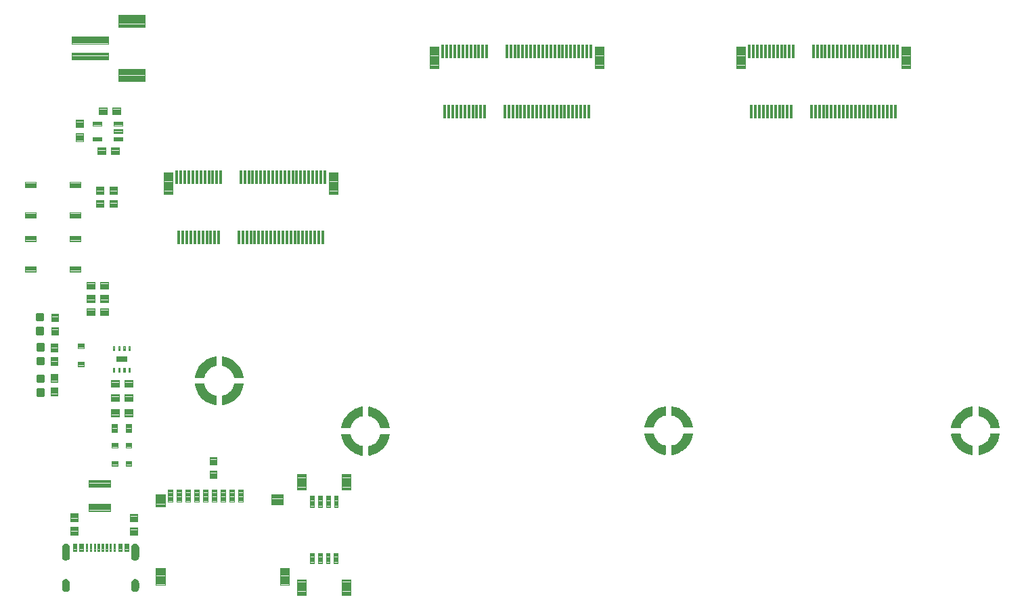
<source format=gtp>
G04 EAGLE Gerber RS-274X export*
G75*
%MOMM*%
%FSLAX34Y34*%
%LPD*%
%INSolderpaste Top*%
%IPPOS*%
%AMOC8*
5,1,8,0,0,1.08239X$1,22.5*%
G01*
%ADD10C,0.102000*%
%ADD11C,0.096000*%
%ADD12R,0.300000X1.750000*%
%ADD13C,0.100000*%
%ADD14C,0.099000*%
%ADD15C,0.300000*%
%ADD16C,0.100800*%
%ADD17C,0.099059*%
%ADD18R,1.375000X0.800000*%
%ADD19C,0.104000*%
%ADD20C,0.105000*%
%ADD21C,0.098000*%

G36*
X246031Y242253D02*
X246031Y242253D01*
X246076Y242254D01*
X246127Y242276D01*
X246182Y242289D01*
X246218Y242315D01*
X246258Y242333D01*
X246297Y242374D01*
X246342Y242407D01*
X246365Y242445D01*
X246395Y242477D01*
X246415Y242530D01*
X246444Y242578D01*
X246452Y242629D01*
X246465Y242663D01*
X246464Y242697D01*
X246471Y242742D01*
X246471Y253742D01*
X246461Y253795D01*
X246460Y253848D01*
X246441Y253891D01*
X246432Y253937D01*
X246401Y253981D01*
X246380Y254030D01*
X246346Y254062D01*
X246319Y254101D01*
X246274Y254130D01*
X246235Y254166D01*
X246184Y254187D01*
X246152Y254208D01*
X246120Y254213D01*
X246081Y254229D01*
X243346Y254840D01*
X240782Y255868D01*
X238418Y257295D01*
X236314Y259084D01*
X234525Y261188D01*
X233098Y263552D01*
X232070Y266116D01*
X231459Y268851D01*
X231437Y268900D01*
X231425Y268952D01*
X231397Y268990D01*
X231378Y269032D01*
X231339Y269069D01*
X231307Y269112D01*
X231267Y269136D01*
X231233Y269168D01*
X231182Y269186D01*
X231136Y269214D01*
X231082Y269223D01*
X231046Y269236D01*
X231014Y269234D01*
X230972Y269241D01*
X219972Y269241D01*
X219917Y269230D01*
X219861Y269229D01*
X219820Y269210D01*
X219777Y269202D01*
X219731Y269170D01*
X219680Y269147D01*
X219650Y269114D01*
X219613Y269089D01*
X219583Y269042D01*
X219545Y269000D01*
X219530Y268959D01*
X219506Y268922D01*
X219497Y268866D01*
X219478Y268813D01*
X219479Y268761D01*
X219473Y268725D01*
X219481Y268693D01*
X219481Y268688D01*
X219481Y268686D01*
X219481Y268685D01*
X219482Y268647D01*
X220321Y264326D01*
X220333Y264297D01*
X220341Y264255D01*
X221810Y260105D01*
X221826Y260078D01*
X221840Y260038D01*
X223906Y256151D01*
X223926Y256127D01*
X223945Y256089D01*
X226563Y252550D01*
X226587Y252529D01*
X226612Y252494D01*
X229724Y249382D01*
X229739Y249372D01*
X229747Y249361D01*
X229762Y249352D01*
X229780Y249333D01*
X233319Y246715D01*
X233347Y246702D01*
X233381Y246676D01*
X237268Y244610D01*
X237298Y244601D01*
X237335Y244580D01*
X241485Y243111D01*
X241516Y243106D01*
X241556Y243091D01*
X245877Y242252D01*
X245933Y242252D01*
X245989Y242243D01*
X246031Y242253D01*
G37*
G36*
X808259Y180077D02*
X808259Y180077D01*
X808304Y180078D01*
X808355Y180100D01*
X808410Y180113D01*
X808446Y180139D01*
X808486Y180157D01*
X808525Y180198D01*
X808570Y180231D01*
X808593Y180269D01*
X808623Y180301D01*
X808643Y180354D01*
X808672Y180402D01*
X808680Y180453D01*
X808693Y180487D01*
X808692Y180521D01*
X808699Y180566D01*
X808699Y191566D01*
X808689Y191619D01*
X808688Y191672D01*
X808669Y191715D01*
X808660Y191761D01*
X808629Y191805D01*
X808608Y191854D01*
X808574Y191886D01*
X808547Y191925D01*
X808502Y191954D01*
X808463Y191990D01*
X808412Y192011D01*
X808380Y192032D01*
X808348Y192037D01*
X808309Y192053D01*
X805574Y192664D01*
X803010Y193692D01*
X800646Y195119D01*
X798542Y196908D01*
X796753Y199012D01*
X795326Y201376D01*
X794298Y203940D01*
X793687Y206675D01*
X793665Y206724D01*
X793653Y206776D01*
X793625Y206814D01*
X793606Y206856D01*
X793567Y206893D01*
X793535Y206936D01*
X793495Y206960D01*
X793461Y206992D01*
X793410Y207010D01*
X793364Y207038D01*
X793310Y207047D01*
X793274Y207060D01*
X793242Y207058D01*
X793200Y207065D01*
X782200Y207065D01*
X782145Y207054D01*
X782089Y207053D01*
X782048Y207034D01*
X782005Y207026D01*
X781959Y206994D01*
X781908Y206971D01*
X781878Y206938D01*
X781841Y206913D01*
X781811Y206866D01*
X781773Y206824D01*
X781758Y206783D01*
X781734Y206746D01*
X781725Y206690D01*
X781706Y206637D01*
X781707Y206585D01*
X781701Y206549D01*
X781709Y206517D01*
X781709Y206512D01*
X781709Y206510D01*
X781709Y206509D01*
X781710Y206471D01*
X782549Y202150D01*
X782561Y202121D01*
X782569Y202079D01*
X784038Y197929D01*
X784054Y197902D01*
X784068Y197862D01*
X786134Y193975D01*
X786154Y193951D01*
X786173Y193913D01*
X788791Y190374D01*
X788815Y190353D01*
X788840Y190318D01*
X791952Y187206D01*
X791967Y187196D01*
X791975Y187185D01*
X791990Y187176D01*
X792008Y187157D01*
X795547Y184539D01*
X795575Y184526D01*
X795609Y184500D01*
X799496Y182434D01*
X799526Y182425D01*
X799563Y182404D01*
X803713Y180935D01*
X803744Y180930D01*
X803784Y180915D01*
X808105Y180076D01*
X808161Y180076D01*
X808217Y180067D01*
X808259Y180077D01*
G37*
G36*
X1192259Y179569D02*
X1192259Y179569D01*
X1192304Y179570D01*
X1192355Y179592D01*
X1192410Y179605D01*
X1192446Y179631D01*
X1192486Y179649D01*
X1192525Y179690D01*
X1192570Y179723D01*
X1192593Y179761D01*
X1192623Y179793D01*
X1192643Y179846D01*
X1192672Y179894D01*
X1192680Y179945D01*
X1192693Y179979D01*
X1192692Y180013D01*
X1192699Y180058D01*
X1192699Y191058D01*
X1192689Y191111D01*
X1192688Y191164D01*
X1192669Y191207D01*
X1192660Y191253D01*
X1192629Y191297D01*
X1192608Y191346D01*
X1192574Y191378D01*
X1192547Y191417D01*
X1192502Y191446D01*
X1192463Y191482D01*
X1192412Y191503D01*
X1192380Y191524D01*
X1192348Y191529D01*
X1192309Y191545D01*
X1189574Y192156D01*
X1187010Y193184D01*
X1184646Y194611D01*
X1182542Y196400D01*
X1180753Y198504D01*
X1179326Y200868D01*
X1178298Y203432D01*
X1177687Y206167D01*
X1177665Y206216D01*
X1177653Y206268D01*
X1177625Y206306D01*
X1177606Y206348D01*
X1177567Y206385D01*
X1177535Y206428D01*
X1177495Y206452D01*
X1177461Y206484D01*
X1177410Y206502D01*
X1177364Y206530D01*
X1177310Y206539D01*
X1177274Y206552D01*
X1177242Y206550D01*
X1177200Y206557D01*
X1166200Y206557D01*
X1166145Y206546D01*
X1166089Y206545D01*
X1166048Y206526D01*
X1166005Y206518D01*
X1165959Y206486D01*
X1165908Y206463D01*
X1165878Y206430D01*
X1165841Y206405D01*
X1165811Y206358D01*
X1165773Y206316D01*
X1165758Y206275D01*
X1165734Y206238D01*
X1165725Y206182D01*
X1165706Y206129D01*
X1165707Y206077D01*
X1165701Y206041D01*
X1165709Y206009D01*
X1165709Y206004D01*
X1165709Y206002D01*
X1165709Y206001D01*
X1165710Y205963D01*
X1166549Y201642D01*
X1166561Y201613D01*
X1166569Y201571D01*
X1168038Y197421D01*
X1168054Y197394D01*
X1168068Y197354D01*
X1170134Y193467D01*
X1170154Y193443D01*
X1170173Y193405D01*
X1172791Y189866D01*
X1172815Y189845D01*
X1172840Y189810D01*
X1175952Y186698D01*
X1175967Y186688D01*
X1175975Y186677D01*
X1175990Y186668D01*
X1176008Y186649D01*
X1179547Y184031D01*
X1179575Y184018D01*
X1179609Y183992D01*
X1183496Y181926D01*
X1183526Y181917D01*
X1183563Y181896D01*
X1187713Y180427D01*
X1187744Y180422D01*
X1187784Y180407D01*
X1192105Y179568D01*
X1192161Y179568D01*
X1192217Y179559D01*
X1192259Y179569D01*
G37*
G36*
X429259Y179315D02*
X429259Y179315D01*
X429304Y179316D01*
X429355Y179338D01*
X429410Y179351D01*
X429446Y179377D01*
X429486Y179395D01*
X429525Y179436D01*
X429570Y179469D01*
X429593Y179507D01*
X429623Y179539D01*
X429643Y179592D01*
X429672Y179640D01*
X429680Y179691D01*
X429693Y179725D01*
X429692Y179759D01*
X429699Y179804D01*
X429699Y190804D01*
X429689Y190857D01*
X429688Y190910D01*
X429669Y190953D01*
X429660Y190999D01*
X429629Y191043D01*
X429608Y191092D01*
X429574Y191124D01*
X429547Y191163D01*
X429502Y191192D01*
X429463Y191228D01*
X429412Y191249D01*
X429380Y191270D01*
X429348Y191275D01*
X429309Y191291D01*
X426574Y191902D01*
X424010Y192930D01*
X421646Y194357D01*
X419542Y196146D01*
X417753Y198250D01*
X416326Y200614D01*
X415298Y203178D01*
X414687Y205913D01*
X414665Y205962D01*
X414653Y206014D01*
X414625Y206052D01*
X414606Y206094D01*
X414567Y206131D01*
X414535Y206174D01*
X414495Y206198D01*
X414461Y206230D01*
X414410Y206248D01*
X414364Y206276D01*
X414310Y206285D01*
X414274Y206298D01*
X414242Y206296D01*
X414200Y206303D01*
X403200Y206303D01*
X403145Y206292D01*
X403089Y206291D01*
X403048Y206272D01*
X403005Y206264D01*
X402959Y206232D01*
X402908Y206209D01*
X402878Y206176D01*
X402841Y206151D01*
X402811Y206104D01*
X402773Y206062D01*
X402758Y206021D01*
X402734Y205984D01*
X402725Y205928D01*
X402706Y205875D01*
X402707Y205823D01*
X402701Y205787D01*
X402709Y205755D01*
X402709Y205750D01*
X402709Y205748D01*
X402709Y205747D01*
X402710Y205709D01*
X403549Y201388D01*
X403561Y201359D01*
X403569Y201317D01*
X405038Y197167D01*
X405054Y197140D01*
X405068Y197100D01*
X407134Y193213D01*
X407154Y193189D01*
X407173Y193151D01*
X409791Y189612D01*
X409815Y189591D01*
X409840Y189556D01*
X412952Y186444D01*
X412967Y186434D01*
X412975Y186423D01*
X412990Y186414D01*
X413008Y186395D01*
X416547Y183777D01*
X416575Y183764D01*
X416609Y183738D01*
X420496Y181672D01*
X420526Y181663D01*
X420563Y181642D01*
X424713Y180173D01*
X424744Y180168D01*
X424784Y180153D01*
X429105Y179314D01*
X429161Y179314D01*
X429217Y179305D01*
X429259Y179315D01*
G37*
G36*
X231025Y276253D02*
X231025Y276253D01*
X231078Y276254D01*
X231121Y276273D01*
X231167Y276282D01*
X231211Y276313D01*
X231260Y276334D01*
X231292Y276368D01*
X231331Y276395D01*
X231360Y276440D01*
X231396Y276479D01*
X231417Y276530D01*
X231438Y276562D01*
X231443Y276594D01*
X231459Y276633D01*
X232070Y279368D01*
X233098Y281932D01*
X234525Y284296D01*
X236314Y286400D01*
X238418Y288189D01*
X240782Y289616D01*
X243346Y290644D01*
X246081Y291255D01*
X246130Y291277D01*
X246182Y291289D01*
X246220Y291317D01*
X246262Y291336D01*
X246299Y291375D01*
X246342Y291407D01*
X246366Y291447D01*
X246398Y291481D01*
X246416Y291532D01*
X246444Y291578D01*
X246453Y291632D01*
X246466Y291668D01*
X246464Y291700D01*
X246471Y291742D01*
X246471Y302742D01*
X246460Y302797D01*
X246459Y302853D01*
X246440Y302894D01*
X246432Y302937D01*
X246400Y302983D01*
X246377Y303035D01*
X246344Y303064D01*
X246319Y303101D01*
X246272Y303131D01*
X246230Y303169D01*
X246189Y303184D01*
X246152Y303208D01*
X246096Y303217D01*
X246043Y303236D01*
X245991Y303235D01*
X245955Y303241D01*
X245923Y303233D01*
X245877Y303232D01*
X241556Y302393D01*
X241527Y302381D01*
X241485Y302373D01*
X237335Y300904D01*
X237308Y300888D01*
X237268Y300874D01*
X233381Y298808D01*
X233357Y298788D01*
X233319Y298769D01*
X229780Y296151D01*
X229759Y296127D01*
X229724Y296102D01*
X226612Y292990D01*
X226594Y292964D01*
X226563Y292934D01*
X223945Y289396D01*
X223932Y289367D01*
X223906Y289333D01*
X221840Y285446D01*
X221833Y285423D01*
X221824Y285409D01*
X221823Y285401D01*
X221810Y285379D01*
X220341Y281229D01*
X220336Y281198D01*
X220321Y281158D01*
X219482Y276837D01*
X219482Y276781D01*
X219473Y276725D01*
X219483Y276683D01*
X219484Y276638D01*
X219506Y276587D01*
X219519Y276532D01*
X219545Y276497D01*
X219563Y276456D01*
X219604Y276417D01*
X219637Y276372D01*
X219675Y276349D01*
X219707Y276319D01*
X219760Y276299D01*
X219808Y276270D01*
X219859Y276262D01*
X219893Y276249D01*
X219927Y276250D01*
X219972Y276243D01*
X230972Y276243D01*
X231025Y276253D01*
G37*
G36*
X793253Y214077D02*
X793253Y214077D01*
X793306Y214078D01*
X793349Y214097D01*
X793395Y214106D01*
X793439Y214137D01*
X793488Y214158D01*
X793520Y214192D01*
X793559Y214219D01*
X793588Y214264D01*
X793624Y214303D01*
X793645Y214354D01*
X793666Y214386D01*
X793671Y214418D01*
X793687Y214457D01*
X794298Y217192D01*
X795326Y219756D01*
X796753Y222120D01*
X798542Y224224D01*
X800646Y226013D01*
X803010Y227440D01*
X805574Y228468D01*
X808309Y229079D01*
X808358Y229101D01*
X808410Y229113D01*
X808448Y229141D01*
X808490Y229160D01*
X808527Y229199D01*
X808570Y229231D01*
X808594Y229271D01*
X808626Y229305D01*
X808644Y229356D01*
X808672Y229402D01*
X808681Y229456D01*
X808694Y229492D01*
X808692Y229524D01*
X808699Y229566D01*
X808699Y240566D01*
X808688Y240621D01*
X808687Y240677D01*
X808668Y240718D01*
X808660Y240761D01*
X808628Y240807D01*
X808605Y240859D01*
X808572Y240888D01*
X808547Y240925D01*
X808500Y240955D01*
X808458Y240993D01*
X808417Y241008D01*
X808380Y241032D01*
X808324Y241041D01*
X808271Y241060D01*
X808219Y241059D01*
X808183Y241065D01*
X808151Y241057D01*
X808105Y241056D01*
X803784Y240217D01*
X803755Y240205D01*
X803713Y240197D01*
X799563Y238728D01*
X799536Y238712D01*
X799496Y238698D01*
X795609Y236632D01*
X795585Y236612D01*
X795547Y236593D01*
X792008Y233975D01*
X791987Y233951D01*
X791952Y233926D01*
X788840Y230814D01*
X788822Y230788D01*
X788791Y230758D01*
X786173Y227220D01*
X786160Y227191D01*
X786134Y227157D01*
X784068Y223270D01*
X784061Y223247D01*
X784052Y223233D01*
X784051Y223225D01*
X784038Y223203D01*
X782569Y219053D01*
X782564Y219022D01*
X782549Y218982D01*
X781710Y214661D01*
X781710Y214605D01*
X781701Y214549D01*
X781711Y214507D01*
X781712Y214462D01*
X781734Y214411D01*
X781747Y214356D01*
X781773Y214321D01*
X781791Y214280D01*
X781832Y214241D01*
X781865Y214196D01*
X781903Y214173D01*
X781935Y214143D01*
X781988Y214123D01*
X782036Y214094D01*
X782087Y214086D01*
X782121Y214073D01*
X782155Y214074D01*
X782200Y214067D01*
X793200Y214067D01*
X793253Y214077D01*
G37*
G36*
X1177253Y213569D02*
X1177253Y213569D01*
X1177306Y213570D01*
X1177349Y213589D01*
X1177395Y213598D01*
X1177439Y213629D01*
X1177488Y213650D01*
X1177520Y213684D01*
X1177559Y213711D01*
X1177588Y213756D01*
X1177624Y213795D01*
X1177645Y213846D01*
X1177666Y213878D01*
X1177671Y213910D01*
X1177687Y213949D01*
X1178298Y216684D01*
X1179326Y219248D01*
X1180753Y221612D01*
X1182542Y223716D01*
X1184646Y225505D01*
X1187010Y226932D01*
X1189574Y227960D01*
X1192309Y228571D01*
X1192358Y228593D01*
X1192410Y228605D01*
X1192448Y228633D01*
X1192490Y228652D01*
X1192527Y228691D01*
X1192570Y228723D01*
X1192594Y228763D01*
X1192626Y228797D01*
X1192644Y228848D01*
X1192672Y228894D01*
X1192681Y228948D01*
X1192694Y228984D01*
X1192692Y229016D01*
X1192699Y229058D01*
X1192699Y240058D01*
X1192688Y240113D01*
X1192687Y240169D01*
X1192668Y240210D01*
X1192660Y240253D01*
X1192628Y240299D01*
X1192605Y240351D01*
X1192572Y240380D01*
X1192547Y240417D01*
X1192500Y240447D01*
X1192458Y240485D01*
X1192417Y240500D01*
X1192380Y240524D01*
X1192324Y240533D01*
X1192271Y240552D01*
X1192219Y240551D01*
X1192183Y240557D01*
X1192151Y240549D01*
X1192105Y240548D01*
X1187784Y239709D01*
X1187755Y239697D01*
X1187713Y239689D01*
X1183563Y238220D01*
X1183536Y238204D01*
X1183496Y238190D01*
X1179609Y236124D01*
X1179585Y236104D01*
X1179547Y236085D01*
X1176008Y233467D01*
X1175987Y233443D01*
X1175952Y233418D01*
X1172840Y230306D01*
X1172822Y230280D01*
X1172791Y230250D01*
X1170173Y226712D01*
X1170160Y226683D01*
X1170134Y226649D01*
X1168068Y222762D01*
X1168061Y222739D01*
X1168052Y222725D01*
X1168051Y222717D01*
X1168038Y222695D01*
X1166569Y218545D01*
X1166564Y218514D01*
X1166549Y218474D01*
X1165710Y214153D01*
X1165710Y214097D01*
X1165701Y214041D01*
X1165711Y213999D01*
X1165712Y213954D01*
X1165734Y213903D01*
X1165747Y213848D01*
X1165773Y213813D01*
X1165791Y213772D01*
X1165832Y213733D01*
X1165865Y213688D01*
X1165903Y213665D01*
X1165935Y213635D01*
X1165988Y213615D01*
X1166036Y213586D01*
X1166087Y213578D01*
X1166121Y213565D01*
X1166155Y213566D01*
X1166200Y213559D01*
X1177200Y213559D01*
X1177253Y213569D01*
G37*
G36*
X414253Y213315D02*
X414253Y213315D01*
X414306Y213316D01*
X414349Y213335D01*
X414395Y213344D01*
X414439Y213375D01*
X414488Y213396D01*
X414520Y213430D01*
X414559Y213457D01*
X414588Y213502D01*
X414624Y213541D01*
X414645Y213592D01*
X414666Y213624D01*
X414671Y213656D01*
X414687Y213695D01*
X415298Y216430D01*
X416326Y218994D01*
X417753Y221358D01*
X419542Y223462D01*
X421646Y225251D01*
X424010Y226678D01*
X426574Y227706D01*
X429309Y228317D01*
X429358Y228339D01*
X429410Y228351D01*
X429448Y228379D01*
X429490Y228398D01*
X429527Y228437D01*
X429570Y228469D01*
X429594Y228509D01*
X429626Y228543D01*
X429644Y228594D01*
X429672Y228640D01*
X429681Y228694D01*
X429694Y228730D01*
X429692Y228762D01*
X429699Y228804D01*
X429699Y239804D01*
X429688Y239859D01*
X429687Y239915D01*
X429668Y239956D01*
X429660Y239999D01*
X429628Y240045D01*
X429605Y240097D01*
X429572Y240126D01*
X429547Y240163D01*
X429500Y240193D01*
X429458Y240231D01*
X429417Y240246D01*
X429380Y240270D01*
X429324Y240279D01*
X429271Y240298D01*
X429219Y240297D01*
X429183Y240303D01*
X429151Y240295D01*
X429105Y240294D01*
X424784Y239455D01*
X424755Y239443D01*
X424713Y239435D01*
X420563Y237966D01*
X420536Y237950D01*
X420496Y237936D01*
X416609Y235870D01*
X416585Y235850D01*
X416547Y235831D01*
X413008Y233213D01*
X412987Y233189D01*
X412952Y233164D01*
X409840Y230052D01*
X409822Y230026D01*
X409791Y229996D01*
X407173Y226458D01*
X407160Y226429D01*
X407134Y226395D01*
X405068Y222508D01*
X405061Y222485D01*
X405052Y222471D01*
X405051Y222463D01*
X405038Y222441D01*
X403569Y218291D01*
X403564Y218260D01*
X403549Y218220D01*
X402710Y213899D01*
X402710Y213843D01*
X402701Y213787D01*
X402711Y213745D01*
X402712Y213700D01*
X402734Y213649D01*
X402747Y213594D01*
X402773Y213559D01*
X402791Y213518D01*
X402832Y213479D01*
X402865Y213434D01*
X402903Y213411D01*
X402935Y213381D01*
X402988Y213361D01*
X403036Y213332D01*
X403087Y213324D01*
X403121Y213311D01*
X403155Y213312D01*
X403200Y213305D01*
X414200Y213305D01*
X414253Y213315D01*
G37*
G36*
X280027Y276254D02*
X280027Y276254D01*
X280083Y276255D01*
X280124Y276274D01*
X280167Y276282D01*
X280213Y276314D01*
X280265Y276337D01*
X280294Y276370D01*
X280331Y276395D01*
X280361Y276442D01*
X280399Y276484D01*
X280414Y276525D01*
X280438Y276562D01*
X280447Y276618D01*
X280466Y276671D01*
X280465Y276723D01*
X280471Y276759D01*
X280463Y276791D01*
X280462Y276837D01*
X279623Y281158D01*
X279611Y281187D01*
X279603Y281229D01*
X278134Y285379D01*
X278118Y285406D01*
X278109Y285433D01*
X278107Y285439D01*
X278106Y285441D01*
X278104Y285446D01*
X276038Y289333D01*
X276018Y289357D01*
X275999Y289396D01*
X273381Y292934D01*
X273357Y292955D01*
X273332Y292990D01*
X270220Y296102D01*
X270194Y296120D01*
X270164Y296151D01*
X266626Y298769D01*
X266597Y298782D01*
X266563Y298808D01*
X262676Y300874D01*
X262646Y300883D01*
X262609Y300904D01*
X258459Y302373D01*
X258428Y302378D01*
X258388Y302393D01*
X254067Y303232D01*
X254011Y303232D01*
X253955Y303241D01*
X253913Y303231D01*
X253868Y303230D01*
X253817Y303208D01*
X253762Y303195D01*
X253727Y303169D01*
X253686Y303151D01*
X253647Y303110D01*
X253602Y303077D01*
X253579Y303039D01*
X253549Y303007D01*
X253529Y302954D01*
X253500Y302906D01*
X253492Y302855D01*
X253479Y302821D01*
X253480Y302787D01*
X253473Y302742D01*
X253473Y291742D01*
X253483Y291689D01*
X253484Y291636D01*
X253503Y291593D01*
X253512Y291547D01*
X253543Y291503D01*
X253564Y291454D01*
X253598Y291422D01*
X253625Y291383D01*
X253670Y291354D01*
X253709Y291318D01*
X253760Y291297D01*
X253792Y291276D01*
X253824Y291271D01*
X253863Y291255D01*
X256598Y290644D01*
X259162Y289616D01*
X261526Y288189D01*
X263630Y286400D01*
X265419Y284296D01*
X266846Y281932D01*
X267874Y279368D01*
X268485Y276633D01*
X268507Y276584D01*
X268519Y276532D01*
X268547Y276494D01*
X268566Y276452D01*
X268605Y276415D01*
X268637Y276372D01*
X268677Y276348D01*
X268711Y276316D01*
X268762Y276298D01*
X268808Y276270D01*
X268862Y276261D01*
X268898Y276248D01*
X268930Y276250D01*
X268972Y276243D01*
X279972Y276243D01*
X280027Y276254D01*
G37*
G36*
X842255Y214078D02*
X842255Y214078D01*
X842311Y214079D01*
X842352Y214098D01*
X842395Y214106D01*
X842441Y214138D01*
X842493Y214161D01*
X842522Y214194D01*
X842559Y214219D01*
X842589Y214266D01*
X842627Y214308D01*
X842642Y214349D01*
X842666Y214386D01*
X842675Y214442D01*
X842694Y214495D01*
X842693Y214547D01*
X842699Y214583D01*
X842691Y214615D01*
X842690Y214661D01*
X841851Y218982D01*
X841839Y219011D01*
X841831Y219053D01*
X840362Y223203D01*
X840346Y223230D01*
X840337Y223257D01*
X840335Y223263D01*
X840334Y223265D01*
X840332Y223270D01*
X838266Y227157D01*
X838246Y227181D01*
X838227Y227220D01*
X835609Y230758D01*
X835585Y230779D01*
X835560Y230814D01*
X832448Y233926D01*
X832422Y233944D01*
X832392Y233975D01*
X828854Y236593D01*
X828825Y236606D01*
X828791Y236632D01*
X824904Y238698D01*
X824874Y238707D01*
X824837Y238728D01*
X820687Y240197D01*
X820656Y240202D01*
X820616Y240217D01*
X816295Y241056D01*
X816239Y241056D01*
X816183Y241065D01*
X816141Y241055D01*
X816096Y241054D01*
X816045Y241032D01*
X815990Y241019D01*
X815955Y240993D01*
X815914Y240975D01*
X815875Y240934D01*
X815830Y240901D01*
X815807Y240863D01*
X815777Y240831D01*
X815757Y240778D01*
X815728Y240730D01*
X815720Y240679D01*
X815707Y240645D01*
X815708Y240611D01*
X815701Y240566D01*
X815701Y229566D01*
X815711Y229513D01*
X815712Y229460D01*
X815731Y229417D01*
X815740Y229371D01*
X815771Y229327D01*
X815792Y229278D01*
X815826Y229246D01*
X815853Y229207D01*
X815898Y229178D01*
X815937Y229142D01*
X815988Y229121D01*
X816020Y229100D01*
X816052Y229095D01*
X816091Y229079D01*
X818826Y228468D01*
X821390Y227440D01*
X823754Y226013D01*
X825858Y224224D01*
X827647Y222120D01*
X829074Y219756D01*
X830102Y217192D01*
X830713Y214457D01*
X830735Y214408D01*
X830747Y214356D01*
X830775Y214318D01*
X830794Y214276D01*
X830833Y214239D01*
X830865Y214196D01*
X830905Y214172D01*
X830939Y214140D01*
X830990Y214122D01*
X831036Y214094D01*
X831090Y214085D01*
X831126Y214072D01*
X831158Y214074D01*
X831200Y214067D01*
X842200Y214067D01*
X842255Y214078D01*
G37*
G36*
X1226255Y213570D02*
X1226255Y213570D01*
X1226311Y213571D01*
X1226352Y213590D01*
X1226395Y213598D01*
X1226441Y213630D01*
X1226493Y213653D01*
X1226522Y213686D01*
X1226559Y213711D01*
X1226589Y213758D01*
X1226627Y213800D01*
X1226642Y213841D01*
X1226666Y213878D01*
X1226675Y213934D01*
X1226694Y213987D01*
X1226693Y214039D01*
X1226699Y214075D01*
X1226691Y214107D01*
X1226690Y214153D01*
X1225851Y218474D01*
X1225839Y218503D01*
X1225831Y218545D01*
X1224362Y222695D01*
X1224346Y222722D01*
X1224337Y222749D01*
X1224335Y222755D01*
X1224334Y222757D01*
X1224332Y222762D01*
X1222266Y226649D01*
X1222246Y226673D01*
X1222227Y226712D01*
X1219609Y230250D01*
X1219585Y230271D01*
X1219560Y230306D01*
X1216448Y233418D01*
X1216422Y233436D01*
X1216392Y233467D01*
X1212854Y236085D01*
X1212825Y236098D01*
X1212791Y236124D01*
X1208904Y238190D01*
X1208874Y238199D01*
X1208837Y238220D01*
X1204687Y239689D01*
X1204656Y239694D01*
X1204616Y239709D01*
X1200295Y240548D01*
X1200239Y240548D01*
X1200183Y240557D01*
X1200141Y240547D01*
X1200096Y240546D01*
X1200045Y240524D01*
X1199990Y240511D01*
X1199955Y240485D01*
X1199914Y240467D01*
X1199875Y240426D01*
X1199830Y240393D01*
X1199807Y240355D01*
X1199777Y240323D01*
X1199757Y240270D01*
X1199728Y240222D01*
X1199720Y240171D01*
X1199707Y240137D01*
X1199708Y240103D01*
X1199701Y240058D01*
X1199701Y229058D01*
X1199711Y229005D01*
X1199712Y228952D01*
X1199731Y228909D01*
X1199740Y228863D01*
X1199771Y228819D01*
X1199792Y228770D01*
X1199826Y228738D01*
X1199853Y228699D01*
X1199898Y228670D01*
X1199937Y228634D01*
X1199988Y228613D01*
X1200020Y228592D01*
X1200052Y228587D01*
X1200091Y228571D01*
X1202826Y227960D01*
X1205390Y226932D01*
X1207754Y225505D01*
X1209858Y223716D01*
X1211647Y221612D01*
X1213074Y219248D01*
X1214102Y216684D01*
X1214713Y213949D01*
X1214735Y213900D01*
X1214747Y213848D01*
X1214775Y213810D01*
X1214794Y213768D01*
X1214833Y213731D01*
X1214865Y213688D01*
X1214905Y213664D01*
X1214939Y213632D01*
X1214990Y213614D01*
X1215036Y213586D01*
X1215090Y213577D01*
X1215126Y213564D01*
X1215158Y213566D01*
X1215200Y213559D01*
X1226200Y213559D01*
X1226255Y213570D01*
G37*
G36*
X463255Y213316D02*
X463255Y213316D01*
X463311Y213317D01*
X463352Y213336D01*
X463395Y213344D01*
X463441Y213376D01*
X463493Y213399D01*
X463522Y213432D01*
X463559Y213457D01*
X463589Y213504D01*
X463627Y213546D01*
X463642Y213587D01*
X463666Y213624D01*
X463675Y213680D01*
X463694Y213733D01*
X463693Y213785D01*
X463699Y213821D01*
X463691Y213853D01*
X463690Y213899D01*
X462851Y218220D01*
X462839Y218249D01*
X462831Y218291D01*
X461362Y222441D01*
X461346Y222468D01*
X461337Y222495D01*
X461335Y222501D01*
X461334Y222503D01*
X461332Y222508D01*
X459266Y226395D01*
X459246Y226419D01*
X459227Y226458D01*
X456609Y229996D01*
X456585Y230017D01*
X456560Y230052D01*
X453448Y233164D01*
X453422Y233182D01*
X453392Y233213D01*
X449854Y235831D01*
X449825Y235844D01*
X449791Y235870D01*
X445904Y237936D01*
X445874Y237945D01*
X445837Y237966D01*
X441687Y239435D01*
X441656Y239440D01*
X441616Y239455D01*
X437295Y240294D01*
X437239Y240294D01*
X437183Y240303D01*
X437141Y240293D01*
X437096Y240292D01*
X437045Y240270D01*
X436990Y240257D01*
X436955Y240231D01*
X436914Y240213D01*
X436875Y240172D01*
X436830Y240139D01*
X436807Y240101D01*
X436777Y240069D01*
X436757Y240016D01*
X436728Y239968D01*
X436720Y239917D01*
X436707Y239883D01*
X436708Y239849D01*
X436701Y239804D01*
X436701Y228804D01*
X436711Y228751D01*
X436712Y228698D01*
X436731Y228655D01*
X436740Y228609D01*
X436771Y228565D01*
X436792Y228516D01*
X436826Y228484D01*
X436853Y228445D01*
X436898Y228416D01*
X436937Y228380D01*
X436988Y228359D01*
X437020Y228338D01*
X437052Y228333D01*
X437091Y228317D01*
X439826Y227706D01*
X442390Y226678D01*
X444754Y225251D01*
X446858Y223462D01*
X448647Y221358D01*
X450074Y218994D01*
X451102Y216430D01*
X451713Y213695D01*
X451735Y213646D01*
X451747Y213594D01*
X451775Y213556D01*
X451794Y213514D01*
X451833Y213477D01*
X451865Y213434D01*
X451905Y213410D01*
X451939Y213378D01*
X451990Y213360D01*
X452036Y213332D01*
X452090Y213323D01*
X452126Y213310D01*
X452158Y213312D01*
X452200Y213305D01*
X463200Y213305D01*
X463255Y213316D01*
G37*
G36*
X254021Y242251D02*
X254021Y242251D01*
X254067Y242252D01*
X258388Y243091D01*
X258417Y243103D01*
X258459Y243111D01*
X262609Y244580D01*
X262636Y244596D01*
X262676Y244610D01*
X266563Y246676D01*
X266587Y246696D01*
X266626Y246715D01*
X270164Y249333D01*
X270185Y249357D01*
X270220Y249382D01*
X273332Y252494D01*
X273350Y252521D01*
X273381Y252550D01*
X275999Y256089D01*
X276012Y256117D01*
X276038Y256151D01*
X278104Y260038D01*
X278113Y260068D01*
X278134Y260105D01*
X279603Y264255D01*
X279608Y264286D01*
X279623Y264326D01*
X280462Y268647D01*
X280462Y268703D01*
X280471Y268759D01*
X280461Y268801D01*
X280460Y268846D01*
X280438Y268897D01*
X280425Y268952D01*
X280399Y268988D01*
X280381Y269028D01*
X280340Y269067D01*
X280307Y269112D01*
X280269Y269135D01*
X280237Y269165D01*
X280184Y269185D01*
X280136Y269214D01*
X280085Y269222D01*
X280051Y269235D01*
X280017Y269234D01*
X279972Y269241D01*
X268972Y269241D01*
X268919Y269231D01*
X268866Y269230D01*
X268823Y269211D01*
X268777Y269202D01*
X268733Y269171D01*
X268684Y269150D01*
X268652Y269116D01*
X268613Y269089D01*
X268584Y269044D01*
X268548Y269005D01*
X268527Y268954D01*
X268506Y268922D01*
X268501Y268890D01*
X268498Y268884D01*
X268497Y268883D01*
X268497Y268882D01*
X268485Y268851D01*
X267874Y266116D01*
X266846Y263552D01*
X265419Y261188D01*
X263630Y259084D01*
X261526Y257295D01*
X259162Y255868D01*
X256598Y254840D01*
X253863Y254229D01*
X253814Y254207D01*
X253762Y254195D01*
X253724Y254167D01*
X253682Y254148D01*
X253645Y254109D01*
X253602Y254077D01*
X253578Y254037D01*
X253546Y254003D01*
X253528Y253952D01*
X253500Y253906D01*
X253491Y253852D01*
X253478Y253816D01*
X253480Y253784D01*
X253473Y253742D01*
X253473Y242742D01*
X253484Y242687D01*
X253485Y242631D01*
X253504Y242590D01*
X253512Y242547D01*
X253544Y242501D01*
X253567Y242450D01*
X253600Y242420D01*
X253625Y242383D01*
X253672Y242353D01*
X253714Y242315D01*
X253755Y242300D01*
X253792Y242276D01*
X253848Y242267D01*
X253901Y242248D01*
X253953Y242249D01*
X253989Y242243D01*
X254021Y242251D01*
G37*
G36*
X816249Y180075D02*
X816249Y180075D01*
X816295Y180076D01*
X820616Y180915D01*
X820645Y180927D01*
X820687Y180935D01*
X824837Y182404D01*
X824864Y182420D01*
X824904Y182434D01*
X828791Y184500D01*
X828815Y184520D01*
X828854Y184539D01*
X832392Y187157D01*
X832413Y187181D01*
X832448Y187206D01*
X835560Y190318D01*
X835578Y190345D01*
X835609Y190374D01*
X838227Y193913D01*
X838240Y193941D01*
X838266Y193975D01*
X840332Y197862D01*
X840341Y197892D01*
X840362Y197929D01*
X841831Y202079D01*
X841836Y202110D01*
X841851Y202150D01*
X842690Y206471D01*
X842690Y206527D01*
X842699Y206583D01*
X842689Y206625D01*
X842688Y206670D01*
X842666Y206721D01*
X842653Y206776D01*
X842627Y206812D01*
X842609Y206852D01*
X842568Y206891D01*
X842535Y206936D01*
X842497Y206959D01*
X842465Y206989D01*
X842412Y207009D01*
X842364Y207038D01*
X842313Y207046D01*
X842279Y207059D01*
X842245Y207058D01*
X842200Y207065D01*
X831200Y207065D01*
X831147Y207055D01*
X831094Y207054D01*
X831051Y207035D01*
X831005Y207026D01*
X830961Y206995D01*
X830912Y206974D01*
X830880Y206940D01*
X830841Y206913D01*
X830812Y206868D01*
X830776Y206829D01*
X830755Y206778D01*
X830734Y206746D01*
X830729Y206714D01*
X830726Y206708D01*
X830725Y206707D01*
X830725Y206706D01*
X830713Y206675D01*
X830102Y203940D01*
X829074Y201376D01*
X827647Y199012D01*
X825858Y196908D01*
X823754Y195119D01*
X821390Y193692D01*
X818826Y192664D01*
X816091Y192053D01*
X816042Y192031D01*
X815990Y192019D01*
X815952Y191991D01*
X815910Y191972D01*
X815873Y191933D01*
X815830Y191901D01*
X815806Y191861D01*
X815774Y191827D01*
X815756Y191776D01*
X815728Y191730D01*
X815719Y191676D01*
X815706Y191640D01*
X815708Y191608D01*
X815701Y191566D01*
X815701Y180566D01*
X815712Y180511D01*
X815713Y180455D01*
X815732Y180414D01*
X815740Y180371D01*
X815772Y180325D01*
X815795Y180274D01*
X815828Y180244D01*
X815853Y180207D01*
X815900Y180177D01*
X815942Y180139D01*
X815983Y180124D01*
X816020Y180100D01*
X816076Y180091D01*
X816129Y180072D01*
X816181Y180073D01*
X816217Y180067D01*
X816249Y180075D01*
G37*
G36*
X1200249Y179567D02*
X1200249Y179567D01*
X1200295Y179568D01*
X1204616Y180407D01*
X1204645Y180419D01*
X1204687Y180427D01*
X1208837Y181896D01*
X1208864Y181912D01*
X1208904Y181926D01*
X1212791Y183992D01*
X1212815Y184012D01*
X1212854Y184031D01*
X1216392Y186649D01*
X1216413Y186673D01*
X1216448Y186698D01*
X1219560Y189810D01*
X1219578Y189837D01*
X1219609Y189866D01*
X1222227Y193405D01*
X1222240Y193433D01*
X1222266Y193467D01*
X1224332Y197354D01*
X1224341Y197384D01*
X1224362Y197421D01*
X1225831Y201571D01*
X1225836Y201602D01*
X1225851Y201642D01*
X1226690Y205963D01*
X1226690Y206019D01*
X1226699Y206075D01*
X1226689Y206117D01*
X1226688Y206162D01*
X1226666Y206213D01*
X1226653Y206268D01*
X1226627Y206304D01*
X1226609Y206344D01*
X1226568Y206383D01*
X1226535Y206428D01*
X1226497Y206451D01*
X1226465Y206481D01*
X1226412Y206501D01*
X1226364Y206530D01*
X1226313Y206538D01*
X1226279Y206551D01*
X1226245Y206550D01*
X1226200Y206557D01*
X1215200Y206557D01*
X1215147Y206547D01*
X1215094Y206546D01*
X1215051Y206527D01*
X1215005Y206518D01*
X1214961Y206487D01*
X1214912Y206466D01*
X1214880Y206432D01*
X1214841Y206405D01*
X1214812Y206360D01*
X1214776Y206321D01*
X1214755Y206270D01*
X1214734Y206238D01*
X1214729Y206206D01*
X1214726Y206200D01*
X1214725Y206199D01*
X1214725Y206198D01*
X1214713Y206167D01*
X1214102Y203432D01*
X1213074Y200868D01*
X1211647Y198504D01*
X1209858Y196400D01*
X1207754Y194611D01*
X1205390Y193184D01*
X1202826Y192156D01*
X1200091Y191545D01*
X1200042Y191523D01*
X1199990Y191511D01*
X1199952Y191483D01*
X1199910Y191464D01*
X1199873Y191425D01*
X1199830Y191393D01*
X1199806Y191353D01*
X1199774Y191319D01*
X1199756Y191268D01*
X1199728Y191222D01*
X1199719Y191168D01*
X1199706Y191132D01*
X1199708Y191100D01*
X1199701Y191058D01*
X1199701Y180058D01*
X1199712Y180003D01*
X1199713Y179947D01*
X1199732Y179906D01*
X1199740Y179863D01*
X1199772Y179817D01*
X1199795Y179766D01*
X1199828Y179736D01*
X1199853Y179699D01*
X1199900Y179669D01*
X1199942Y179631D01*
X1199983Y179616D01*
X1200020Y179592D01*
X1200076Y179583D01*
X1200129Y179564D01*
X1200181Y179565D01*
X1200217Y179559D01*
X1200249Y179567D01*
G37*
G36*
X437249Y179313D02*
X437249Y179313D01*
X437295Y179314D01*
X441616Y180153D01*
X441645Y180165D01*
X441687Y180173D01*
X445837Y181642D01*
X445864Y181658D01*
X445904Y181672D01*
X449791Y183738D01*
X449815Y183758D01*
X449854Y183777D01*
X453392Y186395D01*
X453413Y186419D01*
X453448Y186444D01*
X456560Y189556D01*
X456578Y189583D01*
X456609Y189612D01*
X459227Y193151D01*
X459240Y193179D01*
X459266Y193213D01*
X461332Y197100D01*
X461341Y197130D01*
X461362Y197167D01*
X462831Y201317D01*
X462836Y201348D01*
X462851Y201388D01*
X463690Y205709D01*
X463690Y205765D01*
X463699Y205821D01*
X463689Y205863D01*
X463688Y205908D01*
X463666Y205959D01*
X463653Y206014D01*
X463627Y206050D01*
X463609Y206090D01*
X463568Y206129D01*
X463535Y206174D01*
X463497Y206197D01*
X463465Y206227D01*
X463412Y206247D01*
X463364Y206276D01*
X463313Y206284D01*
X463279Y206297D01*
X463245Y206296D01*
X463200Y206303D01*
X452200Y206303D01*
X452147Y206293D01*
X452094Y206292D01*
X452051Y206273D01*
X452005Y206264D01*
X451961Y206233D01*
X451912Y206212D01*
X451880Y206178D01*
X451841Y206151D01*
X451812Y206106D01*
X451776Y206067D01*
X451755Y206016D01*
X451734Y205984D01*
X451729Y205952D01*
X451726Y205946D01*
X451725Y205945D01*
X451725Y205944D01*
X451713Y205913D01*
X451102Y203178D01*
X450074Y200614D01*
X448647Y198250D01*
X446858Y196146D01*
X444754Y194357D01*
X442390Y192930D01*
X439826Y191902D01*
X437091Y191291D01*
X437042Y191269D01*
X436990Y191257D01*
X436952Y191229D01*
X436910Y191210D01*
X436873Y191171D01*
X436830Y191139D01*
X436806Y191099D01*
X436774Y191065D01*
X436756Y191014D01*
X436728Y190968D01*
X436719Y190914D01*
X436706Y190878D01*
X436708Y190846D01*
X436701Y190804D01*
X436701Y179804D01*
X436712Y179749D01*
X436713Y179693D01*
X436732Y179652D01*
X436740Y179609D01*
X436772Y179563D01*
X436795Y179512D01*
X436828Y179482D01*
X436853Y179445D01*
X436900Y179415D01*
X436942Y179377D01*
X436983Y179362D01*
X437020Y179338D01*
X437076Y179329D01*
X437129Y179310D01*
X437181Y179311D01*
X437217Y179305D01*
X437249Y179313D01*
G37*
G36*
X144600Y48015D02*
X144600Y48015D01*
X144601Y48015D01*
X145669Y48034D01*
X145676Y48039D01*
X145680Y48035D01*
X146717Y48291D01*
X146722Y48298D01*
X146728Y48295D01*
X147682Y48776D01*
X147686Y48783D01*
X147691Y48782D01*
X148515Y49463D01*
X148516Y49471D01*
X148522Y49471D01*
X149173Y50318D01*
X149173Y50326D01*
X149179Y50327D01*
X149626Y51298D01*
X149624Y51306D01*
X149629Y51308D01*
X149848Y52354D01*
X149845Y52361D01*
X149849Y52364D01*
X149849Y64364D01*
X149846Y64369D01*
X149849Y64372D01*
X149669Y65467D01*
X149663Y65473D01*
X149666Y65478D01*
X149247Y66506D01*
X149240Y66510D01*
X149242Y66515D01*
X148605Y67424D01*
X148597Y67427D01*
X148597Y67432D01*
X147774Y68176D01*
X147766Y68177D01*
X147765Y68183D01*
X146797Y68725D01*
X146788Y68724D01*
X146786Y68730D01*
X145722Y69043D01*
X145717Y69041D01*
X145713Y69041D01*
X145711Y69045D01*
X144603Y69113D01*
X144597Y69109D01*
X144593Y69113D01*
X143485Y68943D01*
X143479Y68937D01*
X143474Y68940D01*
X142432Y68528D01*
X142428Y68521D01*
X142423Y68523D01*
X141498Y67889D01*
X141496Y67881D01*
X141490Y67882D01*
X140730Y67059D01*
X140729Y67050D01*
X140723Y67050D01*
X140166Y66078D01*
X140167Y66070D01*
X140161Y66068D01*
X139834Y64996D01*
X139837Y64988D01*
X139832Y64985D01*
X139751Y63868D01*
X139752Y63865D01*
X139751Y63864D01*
X139751Y51864D01*
X139756Y51857D01*
X139752Y51853D01*
X139971Y50909D01*
X139977Y50903D01*
X139975Y50898D01*
X140399Y50026D01*
X140406Y50023D01*
X140404Y50017D01*
X141011Y49261D01*
X141019Y49259D01*
X141019Y49253D01*
X141779Y48652D01*
X141788Y48652D01*
X141789Y48646D01*
X142664Y48228D01*
X142672Y48230D01*
X142674Y48225D01*
X143620Y48013D01*
X143627Y48016D01*
X143631Y48011D01*
X144600Y48015D01*
G37*
G36*
X59181Y48024D02*
X59181Y48024D01*
X59188Y48029D01*
X59192Y48025D01*
X60244Y48275D01*
X60249Y48281D01*
X60254Y48278D01*
X61224Y48755D01*
X61227Y48763D01*
X61233Y48761D01*
X62072Y49442D01*
X62074Y49450D01*
X62080Y49450D01*
X62746Y50301D01*
X62747Y50309D01*
X62752Y50310D01*
X63213Y51287D01*
X63211Y51295D01*
X63217Y51298D01*
X63448Y52353D01*
X63445Y52361D01*
X63449Y52364D01*
X63449Y64364D01*
X63445Y64369D01*
X63449Y64372D01*
X63256Y65478D01*
X63250Y65483D01*
X63253Y65488D01*
X62820Y66523D01*
X62813Y66527D01*
X62815Y66532D01*
X62162Y67445D01*
X62154Y67447D01*
X62155Y67453D01*
X61316Y68197D01*
X61307Y68198D01*
X61307Y68203D01*
X60323Y68742D01*
X60315Y68741D01*
X60313Y68746D01*
X59234Y69053D01*
X59226Y69050D01*
X59223Y69055D01*
X58103Y69113D01*
X58098Y69110D01*
X58095Y69113D01*
X57049Y68995D01*
X57043Y68989D01*
X57038Y68993D01*
X56044Y68645D01*
X56040Y68638D01*
X56035Y68640D01*
X55143Y68080D01*
X55141Y68073D01*
X55135Y68073D01*
X54391Y67329D01*
X54389Y67321D01*
X54384Y67321D01*
X53824Y66429D01*
X53824Y66421D01*
X53819Y66420D01*
X53471Y65426D01*
X53474Y65418D01*
X53469Y65415D01*
X53351Y64370D01*
X53353Y64366D01*
X53351Y64364D01*
X53351Y52364D01*
X53354Y52359D01*
X53351Y52356D01*
X53509Y51360D01*
X53515Y51354D01*
X53512Y51349D01*
X53887Y50413D01*
X53894Y50409D01*
X53892Y50403D01*
X54466Y49574D01*
X54474Y49571D01*
X54473Y49566D01*
X55217Y48885D01*
X55226Y48884D01*
X55226Y48878D01*
X56103Y48380D01*
X56112Y48381D01*
X56114Y48376D01*
X57079Y48085D01*
X57087Y48088D01*
X57090Y48083D01*
X58097Y48015D01*
X58099Y48016D01*
X58100Y48015D01*
X59181Y48024D01*
G37*
G36*
X145104Y8519D02*
X145104Y8519D01*
X145107Y8515D01*
X146183Y8670D01*
X146188Y8676D01*
X146193Y8673D01*
X147207Y9063D01*
X147211Y9070D01*
X147217Y9069D01*
X148119Y9675D01*
X148121Y9683D01*
X148127Y9682D01*
X148871Y10474D01*
X148872Y10482D01*
X148878Y10482D01*
X149427Y11420D01*
X149426Y11428D01*
X149432Y11430D01*
X149759Y12466D01*
X149756Y12474D01*
X149761Y12477D01*
X149849Y13560D01*
X149847Y13563D01*
X149849Y13564D01*
X149849Y19564D01*
X149846Y19568D01*
X149849Y19570D01*
X149699Y20703D01*
X149693Y20709D01*
X149696Y20714D01*
X149298Y21784D01*
X149291Y21788D01*
X149293Y21794D01*
X148666Y22749D01*
X148658Y22752D01*
X148659Y22757D01*
X147836Y23549D01*
X147828Y23550D01*
X147827Y23556D01*
X146848Y24145D01*
X146840Y24144D01*
X146838Y24149D01*
X145753Y24505D01*
X145745Y24503D01*
X145742Y24507D01*
X144605Y24613D01*
X144596Y24608D01*
X144591Y24612D01*
X143454Y24405D01*
X143448Y24399D01*
X143443Y24402D01*
X142381Y23947D01*
X142377Y23940D01*
X142371Y23942D01*
X141436Y23262D01*
X141434Y23254D01*
X141428Y23255D01*
X140668Y22384D01*
X140668Y22376D01*
X140662Y22375D01*
X140115Y21356D01*
X140116Y21348D01*
X140111Y21346D01*
X140107Y21333D01*
X140094Y21284D01*
X140093Y21284D01*
X140094Y21284D01*
X140080Y21235D01*
X140066Y21185D01*
X140053Y21136D01*
X140039Y21087D01*
X140026Y21038D01*
X140012Y20988D01*
X139999Y20939D01*
X139985Y20890D01*
X139971Y20841D01*
X139958Y20791D01*
X139944Y20742D01*
X139931Y20693D01*
X139917Y20644D01*
X139904Y20594D01*
X139890Y20545D01*
X139877Y20496D01*
X139876Y20496D01*
X139863Y20447D01*
X139849Y20397D01*
X139804Y20232D01*
X139807Y20224D01*
X139802Y20221D01*
X139751Y19066D01*
X139752Y19065D01*
X139751Y19064D01*
X139751Y13064D01*
X139755Y13058D01*
X139752Y13055D01*
X139964Y11974D01*
X139970Y11969D01*
X139967Y11964D01*
X140414Y10958D01*
X140421Y10954D01*
X140419Y10948D01*
X141079Y10067D01*
X141087Y10064D01*
X141087Y10059D01*
X141926Y9346D01*
X141934Y9346D01*
X141935Y9340D01*
X142912Y8832D01*
X142920Y8833D01*
X142922Y8828D01*
X143987Y8550D01*
X143995Y8553D01*
X143998Y8549D01*
X145099Y8515D01*
X145104Y8519D01*
G37*
G36*
X58602Y8519D02*
X58602Y8519D01*
X58607Y8515D01*
X59694Y8660D01*
X59700Y8666D01*
X59705Y8663D01*
X60733Y9047D01*
X60738Y9053D01*
X60743Y9052D01*
X61660Y9654D01*
X61663Y9662D01*
X61669Y9661D01*
X62429Y10453D01*
X62430Y10461D01*
X62436Y10462D01*
X63000Y11403D01*
X63000Y11406D01*
X63001Y11407D01*
X63000Y11409D01*
X62999Y11411D01*
X63005Y11413D01*
X63346Y12456D01*
X63344Y12464D01*
X63348Y12467D01*
X63449Y13560D01*
X63447Y13562D01*
X63449Y13564D01*
X63449Y19564D01*
X63447Y19567D01*
X63449Y19569D01*
X63348Y20661D01*
X63343Y20667D01*
X63346Y20672D01*
X63005Y21715D01*
X62998Y21720D01*
X63000Y21725D01*
X62436Y22666D01*
X62428Y22669D01*
X62429Y22675D01*
X61669Y23467D01*
X61661Y23468D01*
X61660Y23474D01*
X60743Y24077D01*
X60735Y24076D01*
X60733Y24082D01*
X59705Y24465D01*
X59697Y24463D01*
X59694Y24468D01*
X58607Y24613D01*
X58599Y24609D01*
X58595Y24613D01*
X57458Y24507D01*
X57452Y24502D01*
X57447Y24505D01*
X56362Y24149D01*
X56357Y24142D01*
X56352Y24145D01*
X55373Y23556D01*
X55370Y23548D01*
X55364Y23549D01*
X54541Y22757D01*
X54540Y22749D01*
X54534Y22749D01*
X53907Y21794D01*
X53908Y21786D01*
X53902Y21784D01*
X53504Y20714D01*
X53506Y20706D01*
X53501Y20703D01*
X53351Y19570D01*
X53354Y19566D01*
X53351Y19564D01*
X53351Y13564D01*
X53354Y13560D01*
X53351Y13558D01*
X53501Y12425D01*
X53507Y12419D01*
X53504Y12414D01*
X53902Y11344D01*
X53909Y11340D01*
X53907Y11334D01*
X54534Y10379D01*
X54542Y10376D01*
X54541Y10371D01*
X55364Y9579D01*
X55372Y9578D01*
X55373Y9572D01*
X56352Y8983D01*
X56360Y8984D01*
X56362Y8979D01*
X57447Y8623D01*
X57455Y8626D01*
X57458Y8621D01*
X58595Y8515D01*
X58602Y8519D01*
G37*
D10*
X368710Y114810D02*
X363730Y114810D01*
X363730Y129290D01*
X368710Y129290D01*
X368710Y114810D01*
X368710Y115779D02*
X363730Y115779D01*
X363730Y116748D02*
X368710Y116748D01*
X368710Y117717D02*
X363730Y117717D01*
X363730Y118686D02*
X368710Y118686D01*
X368710Y119655D02*
X363730Y119655D01*
X363730Y120624D02*
X368710Y120624D01*
X368710Y121593D02*
X363730Y121593D01*
X363730Y122562D02*
X368710Y122562D01*
X368710Y123531D02*
X363730Y123531D01*
X363730Y124500D02*
X368710Y124500D01*
X368710Y125469D02*
X363730Y125469D01*
X363730Y126438D02*
X368710Y126438D01*
X368710Y127407D02*
X363730Y127407D01*
X363730Y128376D02*
X368710Y128376D01*
X373730Y114810D02*
X378710Y114810D01*
X373730Y114810D02*
X373730Y129290D01*
X378710Y129290D01*
X378710Y114810D01*
X378710Y115779D02*
X373730Y115779D01*
X373730Y116748D02*
X378710Y116748D01*
X378710Y117717D02*
X373730Y117717D01*
X373730Y118686D02*
X378710Y118686D01*
X378710Y119655D02*
X373730Y119655D01*
X373730Y120624D02*
X378710Y120624D01*
X378710Y121593D02*
X373730Y121593D01*
X373730Y122562D02*
X378710Y122562D01*
X378710Y123531D02*
X373730Y123531D01*
X373730Y124500D02*
X378710Y124500D01*
X378710Y125469D02*
X373730Y125469D01*
X373730Y126438D02*
X378710Y126438D01*
X378710Y127407D02*
X373730Y127407D01*
X373730Y128376D02*
X378710Y128376D01*
X383730Y114810D02*
X388710Y114810D01*
X383730Y114810D02*
X383730Y129290D01*
X388710Y129290D01*
X388710Y114810D01*
X388710Y115779D02*
X383730Y115779D01*
X383730Y116748D02*
X388710Y116748D01*
X388710Y117717D02*
X383730Y117717D01*
X383730Y118686D02*
X388710Y118686D01*
X388710Y119655D02*
X383730Y119655D01*
X383730Y120624D02*
X388710Y120624D01*
X388710Y121593D02*
X383730Y121593D01*
X383730Y122562D02*
X388710Y122562D01*
X388710Y123531D02*
X383730Y123531D01*
X383730Y124500D02*
X388710Y124500D01*
X388710Y125469D02*
X383730Y125469D01*
X383730Y126438D02*
X388710Y126438D01*
X388710Y127407D02*
X383730Y127407D01*
X383730Y128376D02*
X388710Y128376D01*
X393730Y114810D02*
X398710Y114810D01*
X393730Y114810D02*
X393730Y129290D01*
X398710Y129290D01*
X398710Y114810D01*
X398710Y115779D02*
X393730Y115779D01*
X393730Y116748D02*
X398710Y116748D01*
X398710Y117717D02*
X393730Y117717D01*
X393730Y118686D02*
X398710Y118686D01*
X398710Y119655D02*
X393730Y119655D01*
X393730Y120624D02*
X398710Y120624D01*
X398710Y121593D02*
X393730Y121593D01*
X393730Y122562D02*
X398710Y122562D01*
X398710Y123531D02*
X393730Y123531D01*
X393730Y124500D02*
X398710Y124500D01*
X398710Y125469D02*
X393730Y125469D01*
X393730Y126438D02*
X398710Y126438D01*
X398710Y127407D02*
X393730Y127407D01*
X393730Y128376D02*
X398710Y128376D01*
D11*
X358740Y136780D02*
X347700Y136780D01*
X347700Y155820D01*
X358740Y155820D01*
X358740Y136780D01*
X358740Y137692D02*
X347700Y137692D01*
X347700Y138604D02*
X358740Y138604D01*
X358740Y139516D02*
X347700Y139516D01*
X347700Y140428D02*
X358740Y140428D01*
X358740Y141340D02*
X347700Y141340D01*
X347700Y142252D02*
X358740Y142252D01*
X358740Y143164D02*
X347700Y143164D01*
X347700Y144076D02*
X358740Y144076D01*
X358740Y144988D02*
X347700Y144988D01*
X347700Y145900D02*
X358740Y145900D01*
X358740Y146812D02*
X347700Y146812D01*
X347700Y147724D02*
X358740Y147724D01*
X358740Y148636D02*
X347700Y148636D01*
X347700Y149548D02*
X358740Y149548D01*
X358740Y150460D02*
X347700Y150460D01*
X347700Y151372D02*
X358740Y151372D01*
X358740Y152284D02*
X347700Y152284D01*
X347700Y153196D02*
X358740Y153196D01*
X358740Y154108D02*
X347700Y154108D01*
X347700Y155020D02*
X358740Y155020D01*
X403700Y136780D02*
X414740Y136780D01*
X403700Y136780D02*
X403700Y155820D01*
X414740Y155820D01*
X414740Y136780D01*
X414740Y137692D02*
X403700Y137692D01*
X403700Y138604D02*
X414740Y138604D01*
X414740Y139516D02*
X403700Y139516D01*
X403700Y140428D02*
X414740Y140428D01*
X414740Y141340D02*
X403700Y141340D01*
X403700Y142252D02*
X414740Y142252D01*
X414740Y143164D02*
X403700Y143164D01*
X403700Y144076D02*
X414740Y144076D01*
X414740Y144988D02*
X403700Y144988D01*
X403700Y145900D02*
X414740Y145900D01*
X414740Y146812D02*
X403700Y146812D01*
X403700Y147724D02*
X414740Y147724D01*
X414740Y148636D02*
X403700Y148636D01*
X403700Y149548D02*
X414740Y149548D01*
X414740Y150460D02*
X403700Y150460D01*
X403700Y151372D02*
X414740Y151372D01*
X414740Y152284D02*
X403700Y152284D01*
X403700Y153196D02*
X414740Y153196D01*
X414740Y154108D02*
X403700Y154108D01*
X403700Y155020D02*
X414740Y155020D01*
X358520Y4530D02*
X347480Y4530D01*
X347480Y23570D01*
X358520Y23570D01*
X358520Y4530D01*
X358520Y5442D02*
X347480Y5442D01*
X347480Y6354D02*
X358520Y6354D01*
X358520Y7266D02*
X347480Y7266D01*
X347480Y8178D02*
X358520Y8178D01*
X358520Y9090D02*
X347480Y9090D01*
X347480Y10002D02*
X358520Y10002D01*
X358520Y10914D02*
X347480Y10914D01*
X347480Y11826D02*
X358520Y11826D01*
X358520Y12738D02*
X347480Y12738D01*
X347480Y13650D02*
X358520Y13650D01*
X358520Y14562D02*
X347480Y14562D01*
X347480Y15474D02*
X358520Y15474D01*
X358520Y16386D02*
X347480Y16386D01*
X347480Y17298D02*
X358520Y17298D01*
X358520Y18210D02*
X347480Y18210D01*
X347480Y19122D02*
X358520Y19122D01*
X358520Y20034D02*
X347480Y20034D01*
X347480Y20946D02*
X358520Y20946D01*
X358520Y21858D02*
X347480Y21858D01*
X347480Y22770D02*
X358520Y22770D01*
X403480Y4530D02*
X414520Y4530D01*
X403480Y4530D02*
X403480Y23570D01*
X414520Y23570D01*
X414520Y4530D01*
X414520Y5442D02*
X403480Y5442D01*
X403480Y6354D02*
X414520Y6354D01*
X414520Y7266D02*
X403480Y7266D01*
X403480Y8178D02*
X414520Y8178D01*
X414520Y9090D02*
X403480Y9090D01*
X403480Y10002D02*
X414520Y10002D01*
X414520Y10914D02*
X403480Y10914D01*
X403480Y11826D02*
X414520Y11826D01*
X414520Y12738D02*
X403480Y12738D01*
X403480Y13650D02*
X414520Y13650D01*
X414520Y14562D02*
X403480Y14562D01*
X403480Y15474D02*
X414520Y15474D01*
X414520Y16386D02*
X403480Y16386D01*
X403480Y17298D02*
X414520Y17298D01*
X414520Y18210D02*
X403480Y18210D01*
X403480Y19122D02*
X414520Y19122D01*
X414520Y20034D02*
X403480Y20034D01*
X403480Y20946D02*
X414520Y20946D01*
X414520Y21858D02*
X403480Y21858D01*
X403480Y22770D02*
X414520Y22770D01*
D10*
X368490Y44560D02*
X363510Y44560D01*
X363510Y57040D01*
X368490Y57040D01*
X368490Y44560D01*
X368490Y45529D02*
X363510Y45529D01*
X363510Y46498D02*
X368490Y46498D01*
X368490Y47467D02*
X363510Y47467D01*
X363510Y48436D02*
X368490Y48436D01*
X368490Y49405D02*
X363510Y49405D01*
X363510Y50374D02*
X368490Y50374D01*
X368490Y51343D02*
X363510Y51343D01*
X363510Y52312D02*
X368490Y52312D01*
X368490Y53281D02*
X363510Y53281D01*
X363510Y54250D02*
X368490Y54250D01*
X368490Y55219D02*
X363510Y55219D01*
X363510Y56188D02*
X368490Y56188D01*
X373510Y44560D02*
X378490Y44560D01*
X373510Y44560D02*
X373510Y57040D01*
X378490Y57040D01*
X378490Y44560D01*
X378490Y45529D02*
X373510Y45529D01*
X373510Y46498D02*
X378490Y46498D01*
X378490Y47467D02*
X373510Y47467D01*
X373510Y48436D02*
X378490Y48436D01*
X378490Y49405D02*
X373510Y49405D01*
X373510Y50374D02*
X378490Y50374D01*
X378490Y51343D02*
X373510Y51343D01*
X373510Y52312D02*
X378490Y52312D01*
X378490Y53281D02*
X373510Y53281D01*
X373510Y54250D02*
X378490Y54250D01*
X378490Y55219D02*
X373510Y55219D01*
X373510Y56188D02*
X378490Y56188D01*
X383510Y44560D02*
X388490Y44560D01*
X383510Y44560D02*
X383510Y57040D01*
X388490Y57040D01*
X388490Y44560D01*
X388490Y45529D02*
X383510Y45529D01*
X383510Y46498D02*
X388490Y46498D01*
X388490Y47467D02*
X383510Y47467D01*
X383510Y48436D02*
X388490Y48436D01*
X388490Y49405D02*
X383510Y49405D01*
X383510Y50374D02*
X388490Y50374D01*
X388490Y51343D02*
X383510Y51343D01*
X383510Y52312D02*
X388490Y52312D01*
X388490Y53281D02*
X383510Y53281D01*
X383510Y54250D02*
X388490Y54250D01*
X388490Y55219D02*
X383510Y55219D01*
X383510Y56188D02*
X388490Y56188D01*
X393510Y44560D02*
X398490Y44560D01*
X393510Y44560D02*
X393510Y57040D01*
X398490Y57040D01*
X398490Y44560D01*
X398490Y45529D02*
X393510Y45529D01*
X393510Y46498D02*
X398490Y46498D01*
X398490Y47467D02*
X393510Y47467D01*
X393510Y48436D02*
X398490Y48436D01*
X398490Y49405D02*
X393510Y49405D01*
X393510Y50374D02*
X398490Y50374D01*
X398490Y51343D02*
X393510Y51343D01*
X393510Y52312D02*
X398490Y52312D01*
X398490Y53281D02*
X393510Y53281D01*
X393510Y54250D02*
X398490Y54250D01*
X398490Y55219D02*
X393510Y55219D01*
X393510Y56188D02*
X398490Y56188D01*
D11*
X191580Y506710D02*
X180540Y506710D01*
X180540Y533250D01*
X191580Y533250D01*
X191580Y506710D01*
X191580Y507622D02*
X180540Y507622D01*
X180540Y508534D02*
X191580Y508534D01*
X191580Y509446D02*
X180540Y509446D01*
X180540Y510358D02*
X191580Y510358D01*
X191580Y511270D02*
X180540Y511270D01*
X180540Y512182D02*
X191580Y512182D01*
X191580Y513094D02*
X180540Y513094D01*
X180540Y514006D02*
X191580Y514006D01*
X191580Y514918D02*
X180540Y514918D01*
X180540Y515830D02*
X191580Y515830D01*
X191580Y516742D02*
X180540Y516742D01*
X180540Y517654D02*
X191580Y517654D01*
X191580Y518566D02*
X180540Y518566D01*
X180540Y519478D02*
X191580Y519478D01*
X191580Y520390D02*
X180540Y520390D01*
X180540Y521302D02*
X191580Y521302D01*
X191580Y522214D02*
X180540Y522214D01*
X180540Y523126D02*
X191580Y523126D01*
X191580Y524038D02*
X180540Y524038D01*
X180540Y524950D02*
X191580Y524950D01*
X191580Y525862D02*
X180540Y525862D01*
X180540Y526774D02*
X191580Y526774D01*
X191580Y527686D02*
X180540Y527686D01*
X180540Y528598D02*
X191580Y528598D01*
X191580Y529510D02*
X180540Y529510D01*
X180540Y530422D02*
X191580Y530422D01*
X191580Y531334D02*
X180540Y531334D01*
X180540Y532246D02*
X191580Y532246D01*
X191580Y533158D02*
X180540Y533158D01*
X387540Y506710D02*
X398580Y506710D01*
X387540Y506710D02*
X387540Y533250D01*
X398580Y533250D01*
X398580Y506710D01*
X398580Y507622D02*
X387540Y507622D01*
X387540Y508534D02*
X398580Y508534D01*
X398580Y509446D02*
X387540Y509446D01*
X387540Y510358D02*
X398580Y510358D01*
X398580Y511270D02*
X387540Y511270D01*
X387540Y512182D02*
X398580Y512182D01*
X398580Y513094D02*
X387540Y513094D01*
X387540Y514006D02*
X398580Y514006D01*
X398580Y514918D02*
X387540Y514918D01*
X387540Y515830D02*
X398580Y515830D01*
X398580Y516742D02*
X387540Y516742D01*
X387540Y517654D02*
X398580Y517654D01*
X398580Y518566D02*
X387540Y518566D01*
X387540Y519478D02*
X398580Y519478D01*
X398580Y520390D02*
X387540Y520390D01*
X387540Y521302D02*
X398580Y521302D01*
X398580Y522214D02*
X387540Y522214D01*
X387540Y523126D02*
X398580Y523126D01*
X398580Y524038D02*
X387540Y524038D01*
X387540Y524950D02*
X398580Y524950D01*
X398580Y525862D02*
X387540Y525862D01*
X387540Y526774D02*
X398580Y526774D01*
X398580Y527686D02*
X387540Y527686D01*
X387540Y528598D02*
X398580Y528598D01*
X398580Y529510D02*
X387540Y529510D01*
X387540Y530422D02*
X398580Y530422D01*
X398580Y531334D02*
X387540Y531334D01*
X387540Y532246D02*
X398580Y532246D01*
X398580Y533158D02*
X387540Y533158D01*
D12*
X379560Y452230D03*
X369560Y452230D03*
X364560Y452230D03*
X374560Y452230D03*
X359560Y452230D03*
X349560Y452230D03*
X344560Y452230D03*
X354560Y452230D03*
X339560Y452230D03*
X329560Y452230D03*
X324560Y452230D03*
X334560Y452230D03*
X319560Y452230D03*
X309560Y452230D03*
X304560Y452230D03*
X314560Y452230D03*
X299560Y452230D03*
X289560Y452230D03*
X284560Y452230D03*
X294560Y452230D03*
X279560Y452230D03*
X274560Y452230D03*
X249560Y452230D03*
X244560Y452230D03*
X239560Y452230D03*
X229560Y452230D03*
X224560Y452230D03*
X234560Y452230D03*
X219560Y452230D03*
X209560Y452230D03*
X204560Y452230D03*
X214560Y452230D03*
X199560Y452230D03*
X382060Y527730D03*
X372060Y527730D03*
X367060Y527730D03*
X377060Y527730D03*
X362060Y527730D03*
X352060Y527730D03*
X347060Y527730D03*
X357060Y527730D03*
X342060Y527730D03*
X332060Y527730D03*
X327060Y527730D03*
X337060Y527730D03*
X322060Y527730D03*
X312060Y527730D03*
X307060Y527730D03*
X317060Y527730D03*
X302060Y527730D03*
X292060Y527730D03*
X287060Y527730D03*
X297060Y527730D03*
X282060Y527730D03*
X277060Y527730D03*
X252060Y527730D03*
X247060Y527730D03*
X242060Y527730D03*
X232060Y527730D03*
X227060Y527730D03*
X237060Y527730D03*
X222060Y527730D03*
X212060Y527730D03*
X207060Y527730D03*
X217060Y527730D03*
X202060Y527730D03*
X197060Y527730D03*
D13*
X65976Y694856D02*
X65976Y703856D01*
X110976Y703856D01*
X110976Y694856D01*
X65976Y694856D01*
X65976Y695806D02*
X110976Y695806D01*
X110976Y696756D02*
X65976Y696756D01*
X65976Y697706D02*
X110976Y697706D01*
X110976Y698656D02*
X65976Y698656D01*
X65976Y699606D02*
X110976Y699606D01*
X110976Y700556D02*
X65976Y700556D01*
X65976Y701506D02*
X110976Y701506D01*
X110976Y702456D02*
X65976Y702456D01*
X65976Y703406D02*
X110976Y703406D01*
X65976Y683856D02*
X65976Y674856D01*
X65976Y683856D02*
X110976Y683856D01*
X110976Y674856D01*
X65976Y674856D01*
X65976Y675806D02*
X110976Y675806D01*
X110976Y676756D02*
X65976Y676756D01*
X65976Y677706D02*
X110976Y677706D01*
X110976Y678656D02*
X65976Y678656D01*
X65976Y679606D02*
X110976Y679606D01*
X110976Y680556D02*
X65976Y680556D01*
X65976Y681506D02*
X110976Y681506D01*
X110976Y682456D02*
X65976Y682456D01*
X65976Y683406D02*
X110976Y683406D01*
D11*
X123956Y715836D02*
X156996Y715836D01*
X123956Y715836D02*
X123956Y730876D01*
X156996Y730876D01*
X156996Y715836D01*
X156996Y716748D02*
X123956Y716748D01*
X123956Y717660D02*
X156996Y717660D01*
X156996Y718572D02*
X123956Y718572D01*
X123956Y719484D02*
X156996Y719484D01*
X156996Y720396D02*
X123956Y720396D01*
X123956Y721308D02*
X156996Y721308D01*
X156996Y722220D02*
X123956Y722220D01*
X123956Y723132D02*
X156996Y723132D01*
X156996Y724044D02*
X123956Y724044D01*
X123956Y724956D02*
X156996Y724956D01*
X156996Y725868D02*
X123956Y725868D01*
X123956Y726780D02*
X156996Y726780D01*
X156996Y727692D02*
X123956Y727692D01*
X123956Y728604D02*
X156996Y728604D01*
X156996Y729516D02*
X123956Y729516D01*
X123956Y730428D02*
X156996Y730428D01*
X156996Y647836D02*
X123956Y647836D01*
X123956Y662876D01*
X156996Y662876D01*
X156996Y647836D01*
X156996Y648748D02*
X123956Y648748D01*
X123956Y649660D02*
X156996Y649660D01*
X156996Y650572D02*
X123956Y650572D01*
X123956Y651484D02*
X156996Y651484D01*
X156996Y652396D02*
X123956Y652396D01*
X123956Y653308D02*
X156996Y653308D01*
X156996Y654220D02*
X123956Y654220D01*
X123956Y655132D02*
X156996Y655132D01*
X156996Y656044D02*
X123956Y656044D01*
X123956Y656956D02*
X156996Y656956D01*
X156996Y657868D02*
X123956Y657868D01*
X123956Y658780D02*
X156996Y658780D01*
X156996Y659692D02*
X123956Y659692D01*
X123956Y660604D02*
X156996Y660604D01*
X156996Y661516D02*
X123956Y661516D01*
X123956Y662428D02*
X156996Y662428D01*
D14*
X129250Y577971D02*
X129250Y573461D01*
X118240Y573461D01*
X118240Y577971D01*
X129250Y577971D01*
X129250Y574401D02*
X118240Y574401D01*
X118240Y575341D02*
X129250Y575341D01*
X129250Y576281D02*
X118240Y576281D01*
X118240Y577221D02*
X129250Y577221D01*
X129250Y582961D02*
X129250Y587471D01*
X129250Y582961D02*
X118240Y582961D01*
X118240Y587471D01*
X129250Y587471D01*
X129250Y583901D02*
X118240Y583901D01*
X118240Y584841D02*
X129250Y584841D01*
X129250Y585781D02*
X118240Y585781D01*
X118240Y586721D02*
X129250Y586721D01*
X129250Y592461D02*
X129250Y596971D01*
X129250Y592461D02*
X118240Y592461D01*
X118240Y596971D01*
X129250Y596971D01*
X129250Y593401D02*
X118240Y593401D01*
X118240Y594341D02*
X129250Y594341D01*
X129250Y595281D02*
X118240Y595281D01*
X118240Y596221D02*
X129250Y596221D01*
X103248Y596971D02*
X103248Y592461D01*
X92238Y592461D01*
X92238Y596971D01*
X103248Y596971D01*
X103248Y593401D02*
X92238Y593401D01*
X92238Y594341D02*
X103248Y594341D01*
X103248Y595281D02*
X92238Y595281D01*
X92238Y596221D02*
X103248Y596221D01*
X103248Y577971D02*
X103248Y573461D01*
X92238Y573461D01*
X92238Y577971D01*
X103248Y577971D01*
X103248Y574401D02*
X92238Y574401D01*
X92238Y575341D02*
X103248Y575341D01*
X103248Y576281D02*
X92238Y576281D01*
X92238Y577221D02*
X103248Y577221D01*
D13*
X114498Y565332D02*
X124498Y565332D01*
X124498Y556332D01*
X114498Y556332D01*
X114498Y565332D01*
X114498Y557282D02*
X124498Y557282D01*
X124498Y558232D02*
X114498Y558232D01*
X114498Y559182D02*
X124498Y559182D01*
X124498Y560132D02*
X114498Y560132D01*
X114498Y561082D02*
X124498Y561082D01*
X124498Y562032D02*
X114498Y562032D01*
X114498Y562982D02*
X124498Y562982D01*
X124498Y563932D02*
X114498Y563932D01*
X114498Y564882D02*
X124498Y564882D01*
X107498Y565332D02*
X97498Y565332D01*
X107498Y565332D02*
X107498Y556332D01*
X97498Y556332D01*
X97498Y565332D01*
X97498Y557282D02*
X107498Y557282D01*
X107498Y558232D02*
X97498Y558232D01*
X97498Y559182D02*
X107498Y559182D01*
X107498Y560132D02*
X97498Y560132D01*
X97498Y561082D02*
X107498Y561082D01*
X107498Y562032D02*
X97498Y562032D01*
X97498Y562982D02*
X107498Y562982D01*
X107498Y563932D02*
X97498Y563932D01*
X97498Y564882D02*
X107498Y564882D01*
X39950Y357098D02*
X39950Y347098D01*
X39950Y357098D02*
X48950Y357098D01*
X48950Y347098D01*
X39950Y347098D01*
X39950Y348048D02*
X48950Y348048D01*
X48950Y348998D02*
X39950Y348998D01*
X39950Y349948D02*
X48950Y349948D01*
X48950Y350898D02*
X39950Y350898D01*
X39950Y351848D02*
X48950Y351848D01*
X48950Y352798D02*
X39950Y352798D01*
X39950Y353748D02*
X48950Y353748D01*
X48950Y354698D02*
X39950Y354698D01*
X39950Y355648D02*
X48950Y355648D01*
X48950Y356598D02*
X39950Y356598D01*
X39950Y340098D02*
X39950Y330098D01*
X39950Y340098D02*
X48950Y340098D01*
X48950Y330098D01*
X39950Y330098D01*
X39950Y331048D02*
X48950Y331048D01*
X48950Y331998D02*
X39950Y331998D01*
X39950Y332948D02*
X48950Y332948D01*
X48950Y333898D02*
X39950Y333898D01*
X39950Y334848D02*
X48950Y334848D01*
X48950Y335798D02*
X39950Y335798D01*
X39950Y336748D02*
X48950Y336748D01*
X48950Y337698D02*
X39950Y337698D01*
X39950Y338648D02*
X48950Y338648D01*
X48950Y339598D02*
X39950Y339598D01*
D15*
X29414Y338618D02*
X22414Y338618D01*
X29414Y338618D02*
X29414Y331618D01*
X22414Y331618D01*
X22414Y338618D01*
X22414Y334468D02*
X29414Y334468D01*
X29414Y337318D02*
X22414Y337318D01*
X22414Y356158D02*
X29414Y356158D01*
X29414Y349158D01*
X22414Y349158D01*
X22414Y356158D01*
X22414Y352008D02*
X29414Y352008D01*
X29414Y354858D02*
X22414Y354858D01*
D13*
X70684Y589986D02*
X70684Y599986D01*
X79684Y599986D01*
X79684Y589986D01*
X70684Y589986D01*
X70684Y590936D02*
X79684Y590936D01*
X79684Y591886D02*
X70684Y591886D01*
X70684Y592836D02*
X79684Y592836D01*
X79684Y593786D02*
X70684Y593786D01*
X70684Y594736D02*
X79684Y594736D01*
X79684Y595686D02*
X70684Y595686D01*
X70684Y596636D02*
X79684Y596636D01*
X79684Y597586D02*
X70684Y597586D01*
X70684Y598536D02*
X79684Y598536D01*
X79684Y599486D02*
X70684Y599486D01*
X70684Y582986D02*
X70684Y572986D01*
X70684Y582986D02*
X79684Y582986D01*
X79684Y572986D01*
X70684Y572986D01*
X70684Y573936D02*
X79684Y573936D01*
X79684Y574886D02*
X70684Y574886D01*
X70684Y575836D02*
X79684Y575836D01*
X79684Y576786D02*
X70684Y576786D01*
X70684Y577736D02*
X79684Y577736D01*
X79684Y578686D02*
X70684Y578686D01*
X70684Y579636D02*
X79684Y579636D01*
X79684Y580586D02*
X70684Y580586D01*
X70684Y581536D02*
X79684Y581536D01*
X79684Y582486D02*
X70684Y582486D01*
X116784Y615116D02*
X126784Y615116D01*
X126784Y606116D01*
X116784Y606116D01*
X116784Y615116D01*
X116784Y607066D02*
X126784Y607066D01*
X126784Y608016D02*
X116784Y608016D01*
X116784Y608966D02*
X126784Y608966D01*
X126784Y609916D02*
X116784Y609916D01*
X116784Y610866D02*
X126784Y610866D01*
X126784Y611816D02*
X116784Y611816D01*
X116784Y612766D02*
X126784Y612766D01*
X126784Y613716D02*
X116784Y613716D01*
X116784Y614666D02*
X126784Y614666D01*
X109784Y615116D02*
X99784Y615116D01*
X109784Y615116D02*
X109784Y606116D01*
X99784Y606116D01*
X99784Y615116D01*
X99784Y607066D02*
X109784Y607066D01*
X109784Y608016D02*
X99784Y608016D01*
X99784Y608966D02*
X109784Y608966D01*
X109784Y609916D02*
X99784Y609916D01*
X99784Y610866D02*
X109784Y610866D01*
X109784Y611816D02*
X99784Y611816D01*
X99784Y612766D02*
X109784Y612766D01*
X109784Y613716D02*
X99784Y613716D01*
X99784Y614666D02*
X109784Y614666D01*
D10*
X110090Y59674D02*
X108110Y59674D01*
X108110Y68654D01*
X110090Y68654D01*
X110090Y59674D01*
X110090Y60643D02*
X108110Y60643D01*
X108110Y61612D02*
X110090Y61612D01*
X110090Y62581D02*
X108110Y62581D01*
X108110Y63550D02*
X110090Y63550D01*
X110090Y64519D02*
X108110Y64519D01*
X108110Y65488D02*
X110090Y65488D01*
X110090Y66457D02*
X108110Y66457D01*
X108110Y67426D02*
X110090Y67426D01*
X110090Y68395D02*
X108110Y68395D01*
X105090Y59674D02*
X103110Y59674D01*
X103110Y68654D01*
X105090Y68654D01*
X105090Y59674D01*
X105090Y60643D02*
X103110Y60643D01*
X103110Y61612D02*
X105090Y61612D01*
X105090Y62581D02*
X103110Y62581D01*
X103110Y63550D02*
X105090Y63550D01*
X105090Y64519D02*
X103110Y64519D01*
X103110Y65488D02*
X105090Y65488D01*
X105090Y66457D02*
X103110Y66457D01*
X103110Y67426D02*
X105090Y67426D01*
X105090Y68395D02*
X103110Y68395D01*
X131360Y59674D02*
X136340Y59674D01*
X131360Y59674D02*
X131360Y68654D01*
X136340Y68654D01*
X136340Y59674D01*
X136340Y60643D02*
X131360Y60643D01*
X131360Y61612D02*
X136340Y61612D01*
X136340Y62581D02*
X131360Y62581D01*
X131360Y63550D02*
X136340Y63550D01*
X136340Y64519D02*
X131360Y64519D01*
X131360Y65488D02*
X136340Y65488D01*
X136340Y66457D02*
X131360Y66457D01*
X131360Y67426D02*
X136340Y67426D01*
X136340Y68395D02*
X131360Y68395D01*
X128590Y59674D02*
X123610Y59674D01*
X123610Y68654D01*
X128590Y68654D01*
X128590Y59674D01*
X128590Y60643D02*
X123610Y60643D01*
X123610Y61612D02*
X128590Y61612D01*
X128590Y62581D02*
X123610Y62581D01*
X123610Y63550D02*
X128590Y63550D01*
X128590Y64519D02*
X123610Y64519D01*
X123610Y65488D02*
X128590Y65488D01*
X128590Y66457D02*
X123610Y66457D01*
X123610Y67426D02*
X128590Y67426D01*
X128590Y68395D02*
X123610Y68395D01*
X120090Y59674D02*
X118110Y59674D01*
X118110Y68654D01*
X120090Y68654D01*
X120090Y59674D01*
X120090Y60643D02*
X118110Y60643D01*
X118110Y61612D02*
X120090Y61612D01*
X120090Y62581D02*
X118110Y62581D01*
X118110Y63550D02*
X120090Y63550D01*
X120090Y64519D02*
X118110Y64519D01*
X118110Y65488D02*
X120090Y65488D01*
X120090Y66457D02*
X118110Y66457D01*
X118110Y67426D02*
X120090Y67426D01*
X120090Y68395D02*
X118110Y68395D01*
X115090Y59674D02*
X113110Y59674D01*
X113110Y68654D01*
X115090Y68654D01*
X115090Y59674D01*
X115090Y60643D02*
X113110Y60643D01*
X113110Y61612D02*
X115090Y61612D01*
X115090Y62581D02*
X113110Y62581D01*
X113110Y63550D02*
X115090Y63550D01*
X115090Y64519D02*
X113110Y64519D01*
X113110Y65488D02*
X115090Y65488D01*
X115090Y66457D02*
X113110Y66457D01*
X113110Y67426D02*
X115090Y67426D01*
X115090Y68395D02*
X113110Y68395D01*
X95090Y68654D02*
X93110Y68654D01*
X95090Y68654D02*
X95090Y59674D01*
X93110Y59674D01*
X93110Y68654D01*
X93110Y60643D02*
X95090Y60643D01*
X95090Y61612D02*
X93110Y61612D01*
X93110Y62581D02*
X95090Y62581D01*
X95090Y63550D02*
X93110Y63550D01*
X93110Y64519D02*
X95090Y64519D01*
X95090Y65488D02*
X93110Y65488D01*
X93110Y66457D02*
X95090Y66457D01*
X95090Y67426D02*
X93110Y67426D01*
X93110Y68395D02*
X95090Y68395D01*
X98110Y68654D02*
X100090Y68654D01*
X100090Y59674D01*
X98110Y59674D01*
X98110Y68654D01*
X98110Y60643D02*
X100090Y60643D01*
X100090Y61612D02*
X98110Y61612D01*
X98110Y62581D02*
X100090Y62581D01*
X100090Y63550D02*
X98110Y63550D01*
X98110Y64519D02*
X100090Y64519D01*
X100090Y65488D02*
X98110Y65488D01*
X98110Y66457D02*
X100090Y66457D01*
X100090Y67426D02*
X98110Y67426D01*
X98110Y68395D02*
X100090Y68395D01*
X71840Y68654D02*
X66860Y68654D01*
X71840Y68654D02*
X71840Y59674D01*
X66860Y59674D01*
X66860Y68654D01*
X66860Y60643D02*
X71840Y60643D01*
X71840Y61612D02*
X66860Y61612D01*
X66860Y62581D02*
X71840Y62581D01*
X71840Y63550D02*
X66860Y63550D01*
X66860Y64519D02*
X71840Y64519D01*
X71840Y65488D02*
X66860Y65488D01*
X66860Y66457D02*
X71840Y66457D01*
X71840Y67426D02*
X66860Y67426D01*
X66860Y68395D02*
X71840Y68395D01*
X74610Y68654D02*
X79590Y68654D01*
X79590Y59674D01*
X74610Y59674D01*
X74610Y68654D01*
X74610Y60643D02*
X79590Y60643D01*
X79590Y61612D02*
X74610Y61612D01*
X74610Y62581D02*
X79590Y62581D01*
X79590Y63550D02*
X74610Y63550D01*
X74610Y64519D02*
X79590Y64519D01*
X79590Y65488D02*
X74610Y65488D01*
X74610Y66457D02*
X79590Y66457D01*
X79590Y67426D02*
X74610Y67426D01*
X74610Y68395D02*
X79590Y68395D01*
X83110Y68654D02*
X85090Y68654D01*
X85090Y59674D01*
X83110Y59674D01*
X83110Y68654D01*
X83110Y60643D02*
X85090Y60643D01*
X85090Y61612D02*
X83110Y61612D01*
X83110Y62581D02*
X85090Y62581D01*
X85090Y63550D02*
X83110Y63550D01*
X83110Y64519D02*
X85090Y64519D01*
X85090Y65488D02*
X83110Y65488D01*
X83110Y66457D02*
X85090Y66457D01*
X85090Y67426D02*
X83110Y67426D01*
X83110Y68395D02*
X85090Y68395D01*
X88110Y68654D02*
X90090Y68654D01*
X90090Y59674D01*
X88110Y59674D01*
X88110Y68654D01*
X88110Y60643D02*
X90090Y60643D01*
X90090Y61612D02*
X88110Y61612D01*
X88110Y62581D02*
X90090Y62581D01*
X90090Y63550D02*
X88110Y63550D01*
X88110Y64519D02*
X90090Y64519D01*
X90090Y65488D02*
X88110Y65488D01*
X88110Y66457D02*
X90090Y66457D01*
X90090Y67426D02*
X88110Y67426D01*
X88110Y68395D02*
X90090Y68395D01*
D13*
X63826Y96718D02*
X63826Y106718D01*
X72826Y106718D01*
X72826Y96718D01*
X63826Y96718D01*
X63826Y97668D02*
X72826Y97668D01*
X72826Y98618D02*
X63826Y98618D01*
X63826Y99568D02*
X72826Y99568D01*
X72826Y100518D02*
X63826Y100518D01*
X63826Y101468D02*
X72826Y101468D01*
X72826Y102418D02*
X63826Y102418D01*
X63826Y103368D02*
X72826Y103368D01*
X72826Y104318D02*
X63826Y104318D01*
X63826Y105268D02*
X72826Y105268D01*
X72826Y106218D02*
X63826Y106218D01*
X63826Y89718D02*
X63826Y79718D01*
X63826Y89718D02*
X72826Y89718D01*
X72826Y79718D01*
X63826Y79718D01*
X63826Y80668D02*
X72826Y80668D01*
X72826Y81618D02*
X63826Y81618D01*
X63826Y82568D02*
X72826Y82568D01*
X72826Y83518D02*
X63826Y83518D01*
X63826Y84468D02*
X72826Y84468D01*
X72826Y85418D02*
X63826Y85418D01*
X63826Y86368D02*
X72826Y86368D01*
X72826Y87318D02*
X63826Y87318D01*
X63826Y88268D02*
X72826Y88268D01*
X72826Y89218D02*
X63826Y89218D01*
X138756Y96464D02*
X138756Y106464D01*
X147756Y106464D01*
X147756Y96464D01*
X138756Y96464D01*
X138756Y97414D02*
X147756Y97414D01*
X147756Y98364D02*
X138756Y98364D01*
X138756Y99314D02*
X147756Y99314D01*
X147756Y100264D02*
X138756Y100264D01*
X138756Y101214D02*
X147756Y101214D01*
X147756Y102164D02*
X138756Y102164D01*
X138756Y103114D02*
X147756Y103114D01*
X147756Y104064D02*
X138756Y104064D01*
X138756Y105014D02*
X147756Y105014D01*
X147756Y105964D02*
X138756Y105964D01*
X138756Y89464D02*
X138756Y79464D01*
X138756Y89464D02*
X147756Y89464D01*
X147756Y79464D01*
X138756Y79464D01*
X138756Y80414D02*
X147756Y80414D01*
X147756Y81364D02*
X138756Y81364D01*
X138756Y82314D02*
X147756Y82314D01*
X147756Y83264D02*
X138756Y83264D01*
X138756Y84214D02*
X147756Y84214D01*
X147756Y85164D02*
X138756Y85164D01*
X138756Y86114D02*
X147756Y86114D01*
X147756Y87064D02*
X138756Y87064D01*
X138756Y88014D02*
X147756Y88014D01*
X147756Y88964D02*
X138756Y88964D01*
D16*
X115480Y189448D02*
X115480Y194740D01*
X122772Y194740D01*
X122772Y189448D01*
X115480Y189448D01*
X115480Y190406D02*
X122772Y190406D01*
X122772Y191364D02*
X115480Y191364D01*
X115480Y192322D02*
X122772Y192322D01*
X122772Y193280D02*
X115480Y193280D01*
X115480Y194238D02*
X122772Y194238D01*
X115480Y171740D02*
X115480Y166448D01*
X115480Y171740D02*
X122772Y171740D01*
X122772Y166448D01*
X115480Y166448D01*
X115480Y167406D02*
X122772Y167406D01*
X122772Y168364D02*
X115480Y168364D01*
X115480Y169322D02*
X122772Y169322D01*
X122772Y170280D02*
X115480Y170280D01*
X115480Y171238D02*
X122772Y171238D01*
D17*
X62725Y476745D02*
X62725Y483375D01*
X76975Y483375D01*
X76975Y476745D01*
X62725Y476745D01*
X62725Y477686D02*
X76975Y477686D01*
X76975Y478627D02*
X62725Y478627D01*
X62725Y479568D02*
X76975Y479568D01*
X76975Y480509D02*
X62725Y480509D01*
X62725Y481450D02*
X76975Y481450D01*
X76975Y482391D02*
X62725Y482391D01*
X62725Y483332D02*
X76975Y483332D01*
X6845Y483375D02*
X6845Y476745D01*
X6845Y483375D02*
X21095Y483375D01*
X21095Y476745D01*
X6845Y476745D01*
X6845Y477686D02*
X21095Y477686D01*
X21095Y478627D02*
X6845Y478627D01*
X6845Y479568D02*
X21095Y479568D01*
X21095Y480509D02*
X6845Y480509D01*
X6845Y481450D02*
X21095Y481450D01*
X21095Y482391D02*
X6845Y482391D01*
X6845Y483332D02*
X21095Y483332D01*
X62725Y514845D02*
X62725Y521475D01*
X76975Y521475D01*
X76975Y514845D01*
X62725Y514845D01*
X62725Y515786D02*
X76975Y515786D01*
X76975Y516727D02*
X62725Y516727D01*
X62725Y517668D02*
X76975Y517668D01*
X76975Y518609D02*
X62725Y518609D01*
X62725Y519550D02*
X76975Y519550D01*
X76975Y520491D02*
X62725Y520491D01*
X62725Y521432D02*
X76975Y521432D01*
X6845Y521475D02*
X6845Y514845D01*
X6845Y521475D02*
X21095Y521475D01*
X21095Y514845D01*
X6845Y514845D01*
X6845Y515786D02*
X21095Y515786D01*
X21095Y516727D02*
X6845Y516727D01*
X6845Y517668D02*
X21095Y517668D01*
X21095Y518609D02*
X6845Y518609D01*
X6845Y519550D02*
X21095Y519550D01*
X21095Y520491D02*
X6845Y520491D01*
X6845Y521432D02*
X21095Y521432D01*
X62725Y416065D02*
X62725Y409435D01*
X62725Y416065D02*
X76975Y416065D01*
X76975Y409435D01*
X62725Y409435D01*
X62725Y410376D02*
X76975Y410376D01*
X76975Y411317D02*
X62725Y411317D01*
X62725Y412258D02*
X76975Y412258D01*
X76975Y413199D02*
X62725Y413199D01*
X62725Y414140D02*
X76975Y414140D01*
X76975Y415081D02*
X62725Y415081D01*
X62725Y416022D02*
X76975Y416022D01*
X6845Y416065D02*
X6845Y409435D01*
X6845Y416065D02*
X21095Y416065D01*
X21095Y409435D01*
X6845Y409435D01*
X6845Y410376D02*
X21095Y410376D01*
X21095Y411317D02*
X6845Y411317D01*
X6845Y412258D02*
X21095Y412258D01*
X21095Y413199D02*
X6845Y413199D01*
X6845Y414140D02*
X21095Y414140D01*
X21095Y415081D02*
X6845Y415081D01*
X6845Y416022D02*
X21095Y416022D01*
X62725Y447535D02*
X62725Y454165D01*
X76975Y454165D01*
X76975Y447535D01*
X62725Y447535D01*
X62725Y448476D02*
X76975Y448476D01*
X76975Y449417D02*
X62725Y449417D01*
X62725Y450358D02*
X76975Y450358D01*
X76975Y451299D02*
X62725Y451299D01*
X62725Y452240D02*
X76975Y452240D01*
X76975Y453181D02*
X62725Y453181D01*
X62725Y454122D02*
X76975Y454122D01*
X6845Y454165D02*
X6845Y447535D01*
X6845Y454165D02*
X21095Y454165D01*
X21095Y447535D01*
X6845Y447535D01*
X6845Y448476D02*
X21095Y448476D01*
X21095Y449417D02*
X6845Y449417D01*
X6845Y450358D02*
X21095Y450358D01*
X21095Y451299D02*
X6845Y451299D01*
X6845Y452240D02*
X21095Y452240D01*
X21095Y453181D02*
X6845Y453181D01*
X6845Y454122D02*
X21095Y454122D01*
D18*
X128016Y299974D03*
D10*
X136776Y316464D02*
X138756Y316464D01*
X138756Y310984D01*
X136776Y310984D01*
X136776Y316464D01*
X136776Y311953D02*
X138756Y311953D01*
X138756Y312922D02*
X136776Y312922D01*
X136776Y313891D02*
X138756Y313891D01*
X138756Y314860D02*
X136776Y314860D01*
X136776Y315829D02*
X138756Y315829D01*
X132256Y316464D02*
X130276Y316464D01*
X132256Y316464D02*
X132256Y310984D01*
X130276Y310984D01*
X130276Y316464D01*
X130276Y311953D02*
X132256Y311953D01*
X132256Y312922D02*
X130276Y312922D01*
X130276Y313891D02*
X132256Y313891D01*
X132256Y314860D02*
X130276Y314860D01*
X130276Y315829D02*
X132256Y315829D01*
X125756Y316464D02*
X123776Y316464D01*
X125756Y316464D02*
X125756Y310984D01*
X123776Y310984D01*
X123776Y316464D01*
X123776Y311953D02*
X125756Y311953D01*
X125756Y312922D02*
X123776Y312922D01*
X123776Y313891D02*
X125756Y313891D01*
X125756Y314860D02*
X123776Y314860D01*
X123776Y315829D02*
X125756Y315829D01*
X119256Y316464D02*
X117276Y316464D01*
X119256Y316464D02*
X119256Y310984D01*
X117276Y310984D01*
X117276Y316464D01*
X117276Y311953D02*
X119256Y311953D01*
X119256Y312922D02*
X117276Y312922D01*
X117276Y313891D02*
X119256Y313891D01*
X119256Y314860D02*
X117276Y314860D01*
X117276Y315829D02*
X119256Y315829D01*
X119256Y283484D02*
X117276Y283484D01*
X117276Y288964D01*
X119256Y288964D01*
X119256Y283484D01*
X119256Y284453D02*
X117276Y284453D01*
X117276Y285422D02*
X119256Y285422D01*
X119256Y286391D02*
X117276Y286391D01*
X117276Y287360D02*
X119256Y287360D01*
X119256Y288329D02*
X117276Y288329D01*
X123776Y283484D02*
X125756Y283484D01*
X123776Y283484D02*
X123776Y288964D01*
X125756Y288964D01*
X125756Y283484D01*
X125756Y284453D02*
X123776Y284453D01*
X123776Y285422D02*
X125756Y285422D01*
X125756Y286391D02*
X123776Y286391D01*
X123776Y287360D02*
X125756Y287360D01*
X125756Y288329D02*
X123776Y288329D01*
X130276Y283484D02*
X132256Y283484D01*
X130276Y283484D02*
X130276Y288964D01*
X132256Y288964D01*
X132256Y283484D01*
X132256Y284453D02*
X130276Y284453D01*
X130276Y285422D02*
X132256Y285422D01*
X132256Y286391D02*
X130276Y286391D01*
X130276Y287360D02*
X132256Y287360D01*
X132256Y288329D02*
X130276Y288329D01*
X136776Y283484D02*
X138756Y283484D01*
X136776Y283484D02*
X136776Y288964D01*
X138756Y288964D01*
X138756Y283484D01*
X138756Y284453D02*
X136776Y284453D01*
X136776Y285422D02*
X138756Y285422D01*
X138756Y286391D02*
X136776Y286391D01*
X136776Y287360D02*
X138756Y287360D01*
X138756Y288329D02*
X136776Y288329D01*
D13*
X141516Y237164D02*
X131516Y237164D01*
X141516Y237164D02*
X141516Y228164D01*
X131516Y228164D01*
X131516Y237164D01*
X131516Y229114D02*
X141516Y229114D01*
X141516Y230064D02*
X131516Y230064D01*
X131516Y231014D02*
X141516Y231014D01*
X141516Y231964D02*
X131516Y231964D01*
X131516Y232914D02*
X141516Y232914D01*
X141516Y233864D02*
X131516Y233864D01*
X131516Y234814D02*
X141516Y234814D01*
X141516Y235764D02*
X131516Y235764D01*
X131516Y236714D02*
X141516Y236714D01*
X124516Y237164D02*
X114516Y237164D01*
X124516Y237164D02*
X124516Y228164D01*
X114516Y228164D01*
X114516Y237164D01*
X114516Y229114D02*
X124516Y229114D01*
X124516Y230064D02*
X114516Y230064D01*
X114516Y231014D02*
X124516Y231014D01*
X124516Y231964D02*
X114516Y231964D01*
X114516Y232914D02*
X124516Y232914D01*
X124516Y233864D02*
X114516Y233864D01*
X114516Y234814D02*
X124516Y234814D01*
X124516Y235764D02*
X114516Y235764D01*
X114516Y236714D02*
X124516Y236714D01*
X131516Y256214D02*
X141516Y256214D01*
X141516Y247214D01*
X131516Y247214D01*
X131516Y256214D01*
X131516Y248164D02*
X141516Y248164D01*
X141516Y249114D02*
X131516Y249114D01*
X131516Y250064D02*
X141516Y250064D01*
X141516Y251014D02*
X131516Y251014D01*
X131516Y251964D02*
X141516Y251964D01*
X141516Y252914D02*
X131516Y252914D01*
X131516Y253864D02*
X141516Y253864D01*
X141516Y254814D02*
X131516Y254814D01*
X131516Y255764D02*
X141516Y255764D01*
X124516Y256214D02*
X114516Y256214D01*
X124516Y256214D02*
X124516Y247214D01*
X114516Y247214D01*
X114516Y256214D01*
X114516Y248164D02*
X124516Y248164D01*
X124516Y249114D02*
X114516Y249114D01*
X114516Y250064D02*
X124516Y250064D01*
X124516Y251014D02*
X114516Y251014D01*
X114516Y251964D02*
X124516Y251964D01*
X124516Y252914D02*
X114516Y252914D01*
X114516Y253864D02*
X124516Y253864D01*
X124516Y254814D02*
X114516Y254814D01*
X114516Y255764D02*
X124516Y255764D01*
X113830Y118786D02*
X113830Y109786D01*
X86830Y109786D01*
X86830Y118786D01*
X113830Y118786D01*
X113830Y110736D02*
X86830Y110736D01*
X86830Y111686D02*
X113830Y111686D01*
X113830Y112636D02*
X86830Y112636D01*
X86830Y113586D02*
X113830Y113586D01*
X113830Y114536D02*
X86830Y114536D01*
X86830Y115486D02*
X113830Y115486D01*
X113830Y116436D02*
X86830Y116436D01*
X86830Y117386D02*
X113830Y117386D01*
X113830Y118336D02*
X86830Y118336D01*
X113830Y139786D02*
X113830Y148786D01*
X113830Y139786D02*
X86830Y139786D01*
X86830Y148786D01*
X113830Y148786D01*
X113830Y140736D02*
X86830Y140736D01*
X86830Y141686D02*
X113830Y141686D01*
X113830Y142636D02*
X86830Y142636D01*
X86830Y143586D02*
X113830Y143586D01*
X113830Y144536D02*
X86830Y144536D01*
X86830Y145486D02*
X113830Y145486D01*
X113830Y146436D02*
X86830Y146436D01*
X86830Y147386D02*
X113830Y147386D01*
X113830Y148336D02*
X86830Y148336D01*
X114516Y264994D02*
X124516Y264994D01*
X114516Y264994D02*
X114516Y273994D01*
X124516Y273994D01*
X124516Y264994D01*
X124516Y265944D02*
X114516Y265944D01*
X114516Y266894D02*
X124516Y266894D01*
X124516Y267844D02*
X114516Y267844D01*
X114516Y268794D02*
X124516Y268794D01*
X124516Y269744D02*
X114516Y269744D01*
X114516Y270694D02*
X124516Y270694D01*
X124516Y271644D02*
X114516Y271644D01*
X114516Y272594D02*
X124516Y272594D01*
X124516Y273544D02*
X114516Y273544D01*
X131516Y264994D02*
X141516Y264994D01*
X131516Y264994D02*
X131516Y273994D01*
X141516Y273994D01*
X141516Y264994D01*
X141516Y265944D02*
X131516Y265944D01*
X131516Y266894D02*
X141516Y266894D01*
X141516Y267844D02*
X131516Y267844D01*
X131516Y268794D02*
X141516Y268794D01*
X141516Y269744D02*
X131516Y269744D01*
X131516Y270694D02*
X141516Y270694D01*
X141516Y271644D02*
X131516Y271644D01*
X131516Y272594D02*
X141516Y272594D01*
X141516Y273544D02*
X131516Y273544D01*
D16*
X80862Y290908D02*
X80862Y296200D01*
X80862Y290908D02*
X73570Y290908D01*
X73570Y296200D01*
X80862Y296200D01*
X80862Y291866D02*
X73570Y291866D01*
X73570Y292824D02*
X80862Y292824D01*
X80862Y293782D02*
X73570Y293782D01*
X73570Y294740D02*
X80862Y294740D01*
X80862Y295698D02*
X73570Y295698D01*
X80862Y313908D02*
X80862Y319200D01*
X80862Y313908D02*
X73570Y313908D01*
X73570Y319200D01*
X80862Y319200D01*
X80862Y314866D02*
X73570Y314866D01*
X73570Y315824D02*
X80862Y315824D01*
X80862Y316782D02*
X73570Y316782D01*
X73570Y317740D02*
X80862Y317740D01*
X80862Y318698D02*
X73570Y318698D01*
D13*
X101544Y380166D02*
X111544Y380166D01*
X111544Y371166D01*
X101544Y371166D01*
X101544Y380166D01*
X101544Y372116D02*
X111544Y372116D01*
X111544Y373066D02*
X101544Y373066D01*
X101544Y374016D02*
X111544Y374016D01*
X111544Y374966D02*
X101544Y374966D01*
X101544Y375916D02*
X111544Y375916D01*
X111544Y376866D02*
X101544Y376866D01*
X101544Y377816D02*
X111544Y377816D01*
X111544Y378766D02*
X101544Y378766D01*
X101544Y379716D02*
X111544Y379716D01*
X94544Y380166D02*
X84544Y380166D01*
X94544Y380166D02*
X94544Y371166D01*
X84544Y371166D01*
X84544Y380166D01*
X84544Y372116D02*
X94544Y372116D01*
X94544Y373066D02*
X84544Y373066D01*
X84544Y374016D02*
X94544Y374016D01*
X94544Y374966D02*
X84544Y374966D01*
X84544Y375916D02*
X94544Y375916D01*
X94544Y376866D02*
X84544Y376866D01*
X84544Y377816D02*
X94544Y377816D01*
X94544Y378766D02*
X84544Y378766D01*
X84544Y379716D02*
X94544Y379716D01*
X101544Y363656D02*
X111544Y363656D01*
X111544Y354656D01*
X101544Y354656D01*
X101544Y363656D01*
X101544Y355606D02*
X111544Y355606D01*
X111544Y356556D02*
X101544Y356556D01*
X101544Y357506D02*
X111544Y357506D01*
X111544Y358456D02*
X101544Y358456D01*
X101544Y359406D02*
X111544Y359406D01*
X111544Y360356D02*
X101544Y360356D01*
X101544Y361306D02*
X111544Y361306D01*
X111544Y362256D02*
X101544Y362256D01*
X101544Y363206D02*
X111544Y363206D01*
X94544Y363656D02*
X84544Y363656D01*
X94544Y363656D02*
X94544Y354656D01*
X84544Y354656D01*
X84544Y363656D01*
X84544Y355606D02*
X94544Y355606D01*
X94544Y356556D02*
X84544Y356556D01*
X84544Y357506D02*
X94544Y357506D01*
X94544Y358456D02*
X84544Y358456D01*
X84544Y359406D02*
X94544Y359406D01*
X94544Y360356D02*
X84544Y360356D01*
X84544Y361306D02*
X94544Y361306D01*
X94544Y362256D02*
X84544Y362256D01*
X84544Y363206D02*
X94544Y363206D01*
X101544Y396676D02*
X111544Y396676D01*
X111544Y387676D01*
X101544Y387676D01*
X101544Y396676D01*
X101544Y388626D02*
X111544Y388626D01*
X111544Y389576D02*
X101544Y389576D01*
X101544Y390526D02*
X111544Y390526D01*
X111544Y391476D02*
X101544Y391476D01*
X101544Y392426D02*
X111544Y392426D01*
X111544Y393376D02*
X101544Y393376D01*
X101544Y394326D02*
X111544Y394326D01*
X111544Y395276D02*
X101544Y395276D01*
X101544Y396226D02*
X111544Y396226D01*
X94544Y396676D02*
X84544Y396676D01*
X94544Y396676D02*
X94544Y387676D01*
X84544Y387676D01*
X84544Y396676D01*
X84544Y388626D02*
X94544Y388626D01*
X94544Y389576D02*
X84544Y389576D01*
X84544Y390526D02*
X94544Y390526D01*
X94544Y391476D02*
X84544Y391476D01*
X84544Y392426D02*
X94544Y392426D01*
X94544Y393376D02*
X84544Y393376D01*
X84544Y394326D02*
X94544Y394326D01*
X94544Y395276D02*
X84544Y395276D01*
X84544Y396226D02*
X94544Y396226D01*
X39188Y319171D02*
X39188Y309171D01*
X39188Y319171D02*
X48188Y319171D01*
X48188Y309171D01*
X39188Y309171D01*
X39188Y310121D02*
X48188Y310121D01*
X48188Y311071D02*
X39188Y311071D01*
X39188Y312021D02*
X48188Y312021D01*
X48188Y312971D02*
X39188Y312971D01*
X39188Y313921D02*
X48188Y313921D01*
X48188Y314871D02*
X39188Y314871D01*
X39188Y315821D02*
X48188Y315821D01*
X48188Y316771D02*
X39188Y316771D01*
X39188Y317721D02*
X48188Y317721D01*
X48188Y318671D02*
X39188Y318671D01*
X39188Y302171D02*
X39188Y292171D01*
X39188Y302171D02*
X48188Y302171D01*
X48188Y292171D01*
X39188Y292171D01*
X39188Y293121D02*
X48188Y293121D01*
X48188Y294071D02*
X39188Y294071D01*
X39188Y295021D02*
X48188Y295021D01*
X48188Y295971D02*
X39188Y295971D01*
X39188Y296921D02*
X48188Y296921D01*
X48188Y297871D02*
X39188Y297871D01*
X39188Y298821D02*
X48188Y298821D01*
X48188Y299771D02*
X39188Y299771D01*
X39188Y300721D02*
X48188Y300721D01*
X48188Y301671D02*
X39188Y301671D01*
D15*
X29922Y300692D02*
X22922Y300692D01*
X29922Y300692D02*
X29922Y293692D01*
X22922Y293692D01*
X22922Y300692D01*
X22922Y296542D02*
X29922Y296542D01*
X29922Y299392D02*
X22922Y299392D01*
X22922Y318232D02*
X29922Y318232D01*
X29922Y311232D01*
X22922Y311232D01*
X22922Y318232D01*
X22922Y314082D02*
X29922Y314082D01*
X29922Y316932D02*
X22922Y316932D01*
D19*
X133536Y219094D02*
X140496Y219094D01*
X140496Y208134D01*
X133536Y208134D01*
X133536Y219094D01*
X133536Y209122D02*
X140496Y209122D01*
X140496Y210110D02*
X133536Y210110D01*
X133536Y211098D02*
X140496Y211098D01*
X140496Y212086D02*
X133536Y212086D01*
X133536Y213074D02*
X140496Y213074D01*
X140496Y214062D02*
X133536Y214062D01*
X133536Y215050D02*
X140496Y215050D01*
X140496Y216038D02*
X133536Y216038D01*
X133536Y217026D02*
X140496Y217026D01*
X140496Y218014D02*
X133536Y218014D01*
X133536Y219002D02*
X140496Y219002D01*
X122496Y219094D02*
X115536Y219094D01*
X122496Y219094D02*
X122496Y208134D01*
X115536Y208134D01*
X115536Y219094D01*
X115536Y209122D02*
X122496Y209122D01*
X122496Y210110D02*
X115536Y210110D01*
X115536Y211098D02*
X122496Y211098D01*
X122496Y212086D02*
X115536Y212086D01*
X115536Y213074D02*
X122496Y213074D01*
X122496Y214062D02*
X115536Y214062D01*
X115536Y215050D02*
X122496Y215050D01*
X122496Y216038D02*
X115536Y216038D01*
X115536Y217026D02*
X122496Y217026D01*
X122496Y218014D02*
X115536Y218014D01*
X115536Y219002D02*
X122496Y219002D01*
D13*
X105720Y490292D02*
X95720Y490292D01*
X95720Y499292D01*
X105720Y499292D01*
X105720Y490292D01*
X105720Y491242D02*
X95720Y491242D01*
X95720Y492192D02*
X105720Y492192D01*
X105720Y493142D02*
X95720Y493142D01*
X95720Y494092D02*
X105720Y494092D01*
X105720Y495042D02*
X95720Y495042D01*
X95720Y495992D02*
X105720Y495992D01*
X105720Y496942D02*
X95720Y496942D01*
X95720Y497892D02*
X105720Y497892D01*
X105720Y498842D02*
X95720Y498842D01*
X112720Y490292D02*
X122720Y490292D01*
X112720Y490292D02*
X112720Y499292D01*
X122720Y499292D01*
X122720Y490292D01*
X122720Y491242D02*
X112720Y491242D01*
X112720Y492192D02*
X122720Y492192D01*
X122720Y493142D02*
X112720Y493142D01*
X112720Y494092D02*
X122720Y494092D01*
X122720Y495042D02*
X112720Y495042D01*
X112720Y495992D02*
X122720Y495992D01*
X122720Y496942D02*
X112720Y496942D01*
X112720Y497892D02*
X122720Y497892D01*
X122720Y498842D02*
X112720Y498842D01*
X112720Y515548D02*
X122720Y515548D01*
X122720Y506548D01*
X112720Y506548D01*
X112720Y515548D01*
X112720Y507498D02*
X122720Y507498D01*
X122720Y508448D02*
X112720Y508448D01*
X112720Y509398D02*
X122720Y509398D01*
X122720Y510348D02*
X112720Y510348D01*
X112720Y511298D02*
X122720Y511298D01*
X122720Y512248D02*
X112720Y512248D01*
X112720Y513198D02*
X122720Y513198D01*
X122720Y514148D02*
X112720Y514148D01*
X112720Y515098D02*
X122720Y515098D01*
X105720Y515548D02*
X95720Y515548D01*
X105720Y515548D02*
X105720Y506548D01*
X95720Y506548D01*
X95720Y515548D01*
X95720Y507498D02*
X105720Y507498D01*
X105720Y508448D02*
X95720Y508448D01*
X95720Y509398D02*
X105720Y509398D01*
X105720Y510348D02*
X95720Y510348D01*
X95720Y511298D02*
X105720Y511298D01*
X105720Y512248D02*
X95720Y512248D01*
X95720Y513198D02*
X105720Y513198D01*
X105720Y514148D02*
X95720Y514148D01*
X95720Y515098D02*
X105720Y515098D01*
D16*
X133006Y194740D02*
X133006Y189448D01*
X133006Y194740D02*
X140298Y194740D01*
X140298Y189448D01*
X133006Y189448D01*
X133006Y190406D02*
X140298Y190406D01*
X140298Y191364D02*
X133006Y191364D01*
X133006Y192322D02*
X140298Y192322D01*
X140298Y193280D02*
X133006Y193280D01*
X133006Y194238D02*
X140298Y194238D01*
X133006Y171740D02*
X133006Y166448D01*
X133006Y171740D02*
X140298Y171740D01*
X140298Y166448D01*
X133006Y166448D01*
X133006Y167406D02*
X140298Y167406D01*
X140298Y168364D02*
X133006Y168364D01*
X133006Y169322D02*
X140298Y169322D01*
X140298Y170280D02*
X133006Y170280D01*
X133006Y171238D02*
X140298Y171238D01*
D11*
X513280Y664190D02*
X524320Y664190D01*
X513280Y664190D02*
X513280Y690730D01*
X524320Y690730D01*
X524320Y664190D01*
X524320Y665102D02*
X513280Y665102D01*
X513280Y666014D02*
X524320Y666014D01*
X524320Y666926D02*
X513280Y666926D01*
X513280Y667838D02*
X524320Y667838D01*
X524320Y668750D02*
X513280Y668750D01*
X513280Y669662D02*
X524320Y669662D01*
X524320Y670574D02*
X513280Y670574D01*
X513280Y671486D02*
X524320Y671486D01*
X524320Y672398D02*
X513280Y672398D01*
X513280Y673310D02*
X524320Y673310D01*
X524320Y674222D02*
X513280Y674222D01*
X513280Y675134D02*
X524320Y675134D01*
X524320Y676046D02*
X513280Y676046D01*
X513280Y676958D02*
X524320Y676958D01*
X524320Y677870D02*
X513280Y677870D01*
X513280Y678782D02*
X524320Y678782D01*
X524320Y679694D02*
X513280Y679694D01*
X513280Y680606D02*
X524320Y680606D01*
X524320Y681518D02*
X513280Y681518D01*
X513280Y682430D02*
X524320Y682430D01*
X524320Y683342D02*
X513280Y683342D01*
X513280Y684254D02*
X524320Y684254D01*
X524320Y685166D02*
X513280Y685166D01*
X513280Y686078D02*
X524320Y686078D01*
X524320Y686990D02*
X513280Y686990D01*
X513280Y687902D02*
X524320Y687902D01*
X524320Y688814D02*
X513280Y688814D01*
X513280Y689726D02*
X524320Y689726D01*
X524320Y690638D02*
X513280Y690638D01*
X720280Y664190D02*
X731320Y664190D01*
X720280Y664190D02*
X720280Y690730D01*
X731320Y690730D01*
X731320Y664190D01*
X731320Y665102D02*
X720280Y665102D01*
X720280Y666014D02*
X731320Y666014D01*
X731320Y666926D02*
X720280Y666926D01*
X720280Y667838D02*
X731320Y667838D01*
X731320Y668750D02*
X720280Y668750D01*
X720280Y669662D02*
X731320Y669662D01*
X731320Y670574D02*
X720280Y670574D01*
X720280Y671486D02*
X731320Y671486D01*
X731320Y672398D02*
X720280Y672398D01*
X720280Y673310D02*
X731320Y673310D01*
X731320Y674222D02*
X720280Y674222D01*
X720280Y675134D02*
X731320Y675134D01*
X731320Y676046D02*
X720280Y676046D01*
X720280Y676958D02*
X731320Y676958D01*
X731320Y677870D02*
X720280Y677870D01*
X720280Y678782D02*
X731320Y678782D01*
X731320Y679694D02*
X720280Y679694D01*
X720280Y680606D02*
X731320Y680606D01*
X731320Y681518D02*
X720280Y681518D01*
X720280Y682430D02*
X731320Y682430D01*
X731320Y683342D02*
X720280Y683342D01*
X720280Y684254D02*
X731320Y684254D01*
X731320Y685166D02*
X720280Y685166D01*
X720280Y686078D02*
X731320Y686078D01*
X731320Y686990D02*
X720280Y686990D01*
X720280Y687902D02*
X731320Y687902D01*
X731320Y688814D02*
X720280Y688814D01*
X720280Y689726D02*
X731320Y689726D01*
X731320Y690638D02*
X720280Y690638D01*
D12*
X712300Y609710D03*
X702300Y609710D03*
X697300Y609710D03*
X707300Y609710D03*
X692300Y609710D03*
X682300Y609710D03*
X677300Y609710D03*
X687300Y609710D03*
X672300Y609710D03*
X662300Y609710D03*
X657300Y609710D03*
X667300Y609710D03*
X652300Y609710D03*
X642300Y609710D03*
X637300Y609710D03*
X647300Y609710D03*
X632300Y609710D03*
X622300Y609710D03*
X617300Y609710D03*
X627300Y609710D03*
X612300Y609710D03*
X607300Y609710D03*
X582300Y609710D03*
X577300Y609710D03*
X572300Y609710D03*
X562300Y609710D03*
X557300Y609710D03*
X567300Y609710D03*
X552300Y609710D03*
X542300Y609710D03*
X537300Y609710D03*
X547300Y609710D03*
X532300Y609710D03*
X714800Y685210D03*
X704800Y685210D03*
X699800Y685210D03*
X709800Y685210D03*
X694800Y685210D03*
X684800Y685210D03*
X679800Y685210D03*
X689800Y685210D03*
X674800Y685210D03*
X664800Y685210D03*
X659800Y685210D03*
X669800Y685210D03*
X654800Y685210D03*
X644800Y685210D03*
X639800Y685210D03*
X649800Y685210D03*
X634800Y685210D03*
X624800Y685210D03*
X619800Y685210D03*
X629800Y685210D03*
X614800Y685210D03*
X609800Y685210D03*
X584800Y685210D03*
X579800Y685210D03*
X574800Y685210D03*
X564800Y685210D03*
X559800Y685210D03*
X569800Y685210D03*
X554800Y685210D03*
X544800Y685210D03*
X539800Y685210D03*
X549800Y685210D03*
X534800Y685210D03*
X529800Y685210D03*
D11*
X896820Y664190D02*
X907860Y664190D01*
X896820Y664190D02*
X896820Y690730D01*
X907860Y690730D01*
X907860Y664190D01*
X907860Y665102D02*
X896820Y665102D01*
X896820Y666014D02*
X907860Y666014D01*
X907860Y666926D02*
X896820Y666926D01*
X896820Y667838D02*
X907860Y667838D01*
X907860Y668750D02*
X896820Y668750D01*
X896820Y669662D02*
X907860Y669662D01*
X907860Y670574D02*
X896820Y670574D01*
X896820Y671486D02*
X907860Y671486D01*
X907860Y672398D02*
X896820Y672398D01*
X896820Y673310D02*
X907860Y673310D01*
X907860Y674222D02*
X896820Y674222D01*
X896820Y675134D02*
X907860Y675134D01*
X907860Y676046D02*
X896820Y676046D01*
X896820Y676958D02*
X907860Y676958D01*
X907860Y677870D02*
X896820Y677870D01*
X896820Y678782D02*
X907860Y678782D01*
X907860Y679694D02*
X896820Y679694D01*
X896820Y680606D02*
X907860Y680606D01*
X907860Y681518D02*
X896820Y681518D01*
X896820Y682430D02*
X907860Y682430D01*
X907860Y683342D02*
X896820Y683342D01*
X896820Y684254D02*
X907860Y684254D01*
X907860Y685166D02*
X896820Y685166D01*
X896820Y686078D02*
X907860Y686078D01*
X907860Y686990D02*
X896820Y686990D01*
X896820Y687902D02*
X907860Y687902D01*
X907860Y688814D02*
X896820Y688814D01*
X896820Y689726D02*
X907860Y689726D01*
X907860Y690638D02*
X896820Y690638D01*
X1103820Y664190D02*
X1114860Y664190D01*
X1103820Y664190D02*
X1103820Y690730D01*
X1114860Y690730D01*
X1114860Y664190D01*
X1114860Y665102D02*
X1103820Y665102D01*
X1103820Y666014D02*
X1114860Y666014D01*
X1114860Y666926D02*
X1103820Y666926D01*
X1103820Y667838D02*
X1114860Y667838D01*
X1114860Y668750D02*
X1103820Y668750D01*
X1103820Y669662D02*
X1114860Y669662D01*
X1114860Y670574D02*
X1103820Y670574D01*
X1103820Y671486D02*
X1114860Y671486D01*
X1114860Y672398D02*
X1103820Y672398D01*
X1103820Y673310D02*
X1114860Y673310D01*
X1114860Y674222D02*
X1103820Y674222D01*
X1103820Y675134D02*
X1114860Y675134D01*
X1114860Y676046D02*
X1103820Y676046D01*
X1103820Y676958D02*
X1114860Y676958D01*
X1114860Y677870D02*
X1103820Y677870D01*
X1103820Y678782D02*
X1114860Y678782D01*
X1114860Y679694D02*
X1103820Y679694D01*
X1103820Y680606D02*
X1114860Y680606D01*
X1114860Y681518D02*
X1103820Y681518D01*
X1103820Y682430D02*
X1114860Y682430D01*
X1114860Y683342D02*
X1103820Y683342D01*
X1103820Y684254D02*
X1114860Y684254D01*
X1114860Y685166D02*
X1103820Y685166D01*
X1103820Y686078D02*
X1114860Y686078D01*
X1114860Y686990D02*
X1103820Y686990D01*
X1103820Y687902D02*
X1114860Y687902D01*
X1114860Y688814D02*
X1103820Y688814D01*
X1103820Y689726D02*
X1114860Y689726D01*
X1114860Y690638D02*
X1103820Y690638D01*
D12*
X1095840Y609710D03*
X1085840Y609710D03*
X1080840Y609710D03*
X1090840Y609710D03*
X1075840Y609710D03*
X1065840Y609710D03*
X1060840Y609710D03*
X1070840Y609710D03*
X1055840Y609710D03*
X1045840Y609710D03*
X1040840Y609710D03*
X1050840Y609710D03*
X1035840Y609710D03*
X1025840Y609710D03*
X1020840Y609710D03*
X1030840Y609710D03*
X1015840Y609710D03*
X1005840Y609710D03*
X1000840Y609710D03*
X1010840Y609710D03*
X995840Y609710D03*
X990840Y609710D03*
X965840Y609710D03*
X960840Y609710D03*
X955840Y609710D03*
X945840Y609710D03*
X940840Y609710D03*
X950840Y609710D03*
X935840Y609710D03*
X925840Y609710D03*
X920840Y609710D03*
X930840Y609710D03*
X915840Y609710D03*
X1098340Y685210D03*
X1088340Y685210D03*
X1083340Y685210D03*
X1093340Y685210D03*
X1078340Y685210D03*
X1068340Y685210D03*
X1063340Y685210D03*
X1073340Y685210D03*
X1058340Y685210D03*
X1048340Y685210D03*
X1043340Y685210D03*
X1053340Y685210D03*
X1038340Y685210D03*
X1028340Y685210D03*
X1023340Y685210D03*
X1033340Y685210D03*
X1018340Y685210D03*
X1008340Y685210D03*
X1003340Y685210D03*
X1013340Y685210D03*
X998340Y685210D03*
X993340Y685210D03*
X968340Y685210D03*
X963340Y685210D03*
X958340Y685210D03*
X948340Y685210D03*
X943340Y685210D03*
X953340Y685210D03*
X938340Y685210D03*
X928340Y685210D03*
X923340Y685210D03*
X933340Y685210D03*
X918340Y685210D03*
X913340Y685210D03*
D20*
X257475Y136605D02*
X257475Y121655D01*
X251525Y121655D01*
X251525Y136605D01*
X257475Y136605D01*
X257475Y122652D02*
X251525Y122652D01*
X251525Y123649D02*
X257475Y123649D01*
X257475Y124646D02*
X251525Y124646D01*
X251525Y125643D02*
X257475Y125643D01*
X257475Y126640D02*
X251525Y126640D01*
X251525Y127637D02*
X257475Y127637D01*
X257475Y128634D02*
X251525Y128634D01*
X251525Y129631D02*
X257475Y129631D01*
X257475Y130628D02*
X251525Y130628D01*
X251525Y131625D02*
X257475Y131625D01*
X257475Y132622D02*
X251525Y132622D01*
X251525Y133619D02*
X257475Y133619D01*
X257475Y134616D02*
X251525Y134616D01*
X251525Y135613D02*
X257475Y135613D01*
X268475Y136605D02*
X268475Y121655D01*
X262525Y121655D01*
X262525Y136605D01*
X268475Y136605D01*
X268475Y122652D02*
X262525Y122652D01*
X262525Y123649D02*
X268475Y123649D01*
X268475Y124646D02*
X262525Y124646D01*
X262525Y125643D02*
X268475Y125643D01*
X268475Y126640D02*
X262525Y126640D01*
X262525Y127637D02*
X268475Y127637D01*
X268475Y128634D02*
X262525Y128634D01*
X262525Y129631D02*
X268475Y129631D01*
X268475Y130628D02*
X262525Y130628D01*
X262525Y131625D02*
X268475Y131625D01*
X268475Y132622D02*
X262525Y132622D01*
X262525Y133619D02*
X268475Y133619D01*
X268475Y134616D02*
X262525Y134616D01*
X262525Y135613D02*
X268475Y135613D01*
X279475Y136605D02*
X279475Y121655D01*
X273525Y121655D01*
X273525Y136605D01*
X279475Y136605D01*
X279475Y122652D02*
X273525Y122652D01*
X273525Y123649D02*
X279475Y123649D01*
X279475Y124646D02*
X273525Y124646D01*
X273525Y125643D02*
X279475Y125643D01*
X279475Y126640D02*
X273525Y126640D01*
X273525Y127637D02*
X279475Y127637D01*
X279475Y128634D02*
X273525Y128634D01*
X273525Y129631D02*
X279475Y129631D01*
X279475Y130628D02*
X273525Y130628D01*
X273525Y131625D02*
X279475Y131625D01*
X279475Y132622D02*
X273525Y132622D01*
X273525Y133619D02*
X279475Y133619D01*
X279475Y134616D02*
X273525Y134616D01*
X273525Y135613D02*
X279475Y135613D01*
X246475Y136605D02*
X246475Y121655D01*
X240525Y121655D01*
X240525Y136605D01*
X246475Y136605D01*
X246475Y122652D02*
X240525Y122652D01*
X240525Y123649D02*
X246475Y123649D01*
X246475Y124646D02*
X240525Y124646D01*
X240525Y125643D02*
X246475Y125643D01*
X246475Y126640D02*
X240525Y126640D01*
X240525Y127637D02*
X246475Y127637D01*
X246475Y128634D02*
X240525Y128634D01*
X240525Y129631D02*
X246475Y129631D01*
X246475Y130628D02*
X240525Y130628D01*
X240525Y131625D02*
X246475Y131625D01*
X246475Y132622D02*
X240525Y132622D01*
X240525Y133619D02*
X246475Y133619D01*
X246475Y134616D02*
X240525Y134616D01*
X240525Y135613D02*
X246475Y135613D01*
X235475Y136605D02*
X235475Y121655D01*
X229525Y121655D01*
X229525Y136605D01*
X235475Y136605D01*
X235475Y122652D02*
X229525Y122652D01*
X229525Y123649D02*
X235475Y123649D01*
X235475Y124646D02*
X229525Y124646D01*
X229525Y125643D02*
X235475Y125643D01*
X235475Y126640D02*
X229525Y126640D01*
X229525Y127637D02*
X235475Y127637D01*
X235475Y128634D02*
X229525Y128634D01*
X229525Y129631D02*
X235475Y129631D01*
X235475Y130628D02*
X229525Y130628D01*
X229525Y131625D02*
X235475Y131625D01*
X235475Y132622D02*
X229525Y132622D01*
X229525Y133619D02*
X235475Y133619D01*
X235475Y134616D02*
X229525Y134616D01*
X229525Y135613D02*
X235475Y135613D01*
X224475Y136605D02*
X224475Y121655D01*
X218525Y121655D01*
X218525Y136605D01*
X224475Y136605D01*
X224475Y122652D02*
X218525Y122652D01*
X218525Y123649D02*
X224475Y123649D01*
X224475Y124646D02*
X218525Y124646D01*
X218525Y125643D02*
X224475Y125643D01*
X224475Y126640D02*
X218525Y126640D01*
X218525Y127637D02*
X224475Y127637D01*
X224475Y128634D02*
X218525Y128634D01*
X218525Y129631D02*
X224475Y129631D01*
X224475Y130628D02*
X218525Y130628D01*
X218525Y131625D02*
X224475Y131625D01*
X224475Y132622D02*
X218525Y132622D01*
X218525Y133619D02*
X224475Y133619D01*
X224475Y134616D02*
X218525Y134616D01*
X218525Y135613D02*
X224475Y135613D01*
X213475Y136605D02*
X213475Y121655D01*
X207525Y121655D01*
X207525Y136605D01*
X213475Y136605D01*
X213475Y122652D02*
X207525Y122652D01*
X207525Y123649D02*
X213475Y123649D01*
X213475Y124646D02*
X207525Y124646D01*
X207525Y125643D02*
X213475Y125643D01*
X213475Y126640D02*
X207525Y126640D01*
X207525Y127637D02*
X213475Y127637D01*
X213475Y128634D02*
X207525Y128634D01*
X207525Y129631D02*
X213475Y129631D01*
X213475Y130628D02*
X207525Y130628D01*
X207525Y131625D02*
X213475Y131625D01*
X213475Y132622D02*
X207525Y132622D01*
X207525Y133619D02*
X213475Y133619D01*
X213475Y134616D02*
X207525Y134616D01*
X207525Y135613D02*
X213475Y135613D01*
X202475Y136605D02*
X202475Y121655D01*
X196525Y121655D01*
X196525Y136605D01*
X202475Y136605D01*
X202475Y122652D02*
X196525Y122652D01*
X196525Y123649D02*
X202475Y123649D01*
X202475Y124646D02*
X196525Y124646D01*
X196525Y125643D02*
X202475Y125643D01*
X202475Y126640D02*
X196525Y126640D01*
X196525Y127637D02*
X202475Y127637D01*
X202475Y128634D02*
X196525Y128634D01*
X196525Y129631D02*
X202475Y129631D01*
X202475Y130628D02*
X196525Y130628D01*
X196525Y131625D02*
X202475Y131625D01*
X202475Y132622D02*
X196525Y132622D01*
X196525Y133619D02*
X202475Y133619D01*
X202475Y134616D02*
X196525Y134616D01*
X196525Y135613D02*
X202475Y135613D01*
X191475Y136605D02*
X191475Y121655D01*
X185525Y121655D01*
X185525Y136605D01*
X191475Y136605D01*
X191475Y122652D02*
X185525Y122652D01*
X185525Y123649D02*
X191475Y123649D01*
X191475Y124646D02*
X185525Y124646D01*
X185525Y125643D02*
X191475Y125643D01*
X191475Y126640D02*
X185525Y126640D01*
X185525Y127637D02*
X191475Y127637D01*
X191475Y128634D02*
X185525Y128634D01*
X185525Y129631D02*
X191475Y129631D01*
X191475Y130628D02*
X185525Y130628D01*
X185525Y131625D02*
X191475Y131625D01*
X191475Y132622D02*
X185525Y132622D01*
X185525Y133619D02*
X191475Y133619D01*
X191475Y134616D02*
X185525Y134616D01*
X185525Y135613D02*
X191475Y135613D01*
D11*
X325980Y17610D02*
X337020Y17610D01*
X325980Y17610D02*
X325980Y38650D01*
X337020Y38650D01*
X337020Y17610D01*
X337020Y18522D02*
X325980Y18522D01*
X325980Y19434D02*
X337020Y19434D01*
X337020Y20346D02*
X325980Y20346D01*
X325980Y21258D02*
X337020Y21258D01*
X337020Y22170D02*
X325980Y22170D01*
X325980Y23082D02*
X337020Y23082D01*
X337020Y23994D02*
X325980Y23994D01*
X325980Y24906D02*
X337020Y24906D01*
X337020Y25818D02*
X325980Y25818D01*
X325980Y26730D02*
X337020Y26730D01*
X337020Y27642D02*
X325980Y27642D01*
X325980Y28554D02*
X337020Y28554D01*
X337020Y29466D02*
X325980Y29466D01*
X325980Y30378D02*
X337020Y30378D01*
X337020Y31290D02*
X325980Y31290D01*
X325980Y32202D02*
X337020Y32202D01*
X337020Y33114D02*
X325980Y33114D01*
X325980Y34026D02*
X337020Y34026D01*
X337020Y34938D02*
X325980Y34938D01*
X325980Y35850D02*
X337020Y35850D01*
X337020Y36762D02*
X325980Y36762D01*
X325980Y37674D02*
X337020Y37674D01*
X337020Y38586D02*
X325980Y38586D01*
X182020Y17610D02*
X170980Y17610D01*
X170980Y38650D01*
X182020Y38650D01*
X182020Y17610D01*
X182020Y18522D02*
X170980Y18522D01*
X170980Y19434D02*
X182020Y19434D01*
X182020Y20346D02*
X170980Y20346D01*
X170980Y21258D02*
X182020Y21258D01*
X182020Y22170D02*
X170980Y22170D01*
X170980Y23082D02*
X182020Y23082D01*
X182020Y23994D02*
X170980Y23994D01*
X170980Y24906D02*
X182020Y24906D01*
X182020Y25818D02*
X170980Y25818D01*
X170980Y26730D02*
X182020Y26730D01*
X182020Y27642D02*
X170980Y27642D01*
X170980Y28554D02*
X182020Y28554D01*
X182020Y29466D02*
X170980Y29466D01*
X170980Y30378D02*
X182020Y30378D01*
X182020Y31290D02*
X170980Y31290D01*
X170980Y32202D02*
X182020Y32202D01*
X182020Y33114D02*
X170980Y33114D01*
X170980Y34026D02*
X182020Y34026D01*
X182020Y34938D02*
X170980Y34938D01*
X170980Y35850D02*
X182020Y35850D01*
X182020Y36762D02*
X170980Y36762D01*
X170980Y37674D02*
X182020Y37674D01*
X182020Y38586D02*
X170980Y38586D01*
D21*
X314990Y117620D02*
X330010Y117620D01*
X314990Y117620D02*
X314990Y130640D01*
X330010Y130640D01*
X330010Y117620D01*
X330010Y118551D02*
X314990Y118551D01*
X314990Y119482D02*
X330010Y119482D01*
X330010Y120413D02*
X314990Y120413D01*
X314990Y121344D02*
X330010Y121344D01*
X330010Y122275D02*
X314990Y122275D01*
X314990Y123206D02*
X330010Y123206D01*
X330010Y124137D02*
X314990Y124137D01*
X314990Y125068D02*
X330010Y125068D01*
X330010Y125999D02*
X314990Y125999D01*
X314990Y126930D02*
X330010Y126930D01*
X330010Y127861D02*
X314990Y127861D01*
X314990Y128792D02*
X330010Y128792D01*
X330010Y129723D02*
X314990Y129723D01*
D11*
X182020Y115610D02*
X170980Y115610D01*
X170980Y130650D01*
X182020Y130650D01*
X182020Y115610D01*
X182020Y116522D02*
X170980Y116522D01*
X170980Y117434D02*
X182020Y117434D01*
X182020Y118346D02*
X170980Y118346D01*
X170980Y119258D02*
X182020Y119258D01*
X182020Y120170D02*
X170980Y120170D01*
X170980Y121082D02*
X182020Y121082D01*
X182020Y121994D02*
X170980Y121994D01*
X170980Y122906D02*
X182020Y122906D01*
X182020Y123818D02*
X170980Y123818D01*
X170980Y124730D02*
X182020Y124730D01*
X182020Y125642D02*
X170980Y125642D01*
X170980Y126554D02*
X182020Y126554D01*
X182020Y127466D02*
X170980Y127466D01*
X170980Y128378D02*
X182020Y128378D01*
X182020Y129290D02*
X170980Y129290D01*
X170980Y130202D02*
X182020Y130202D01*
D13*
X247070Y150584D02*
X247070Y160584D01*
X247070Y150584D02*
X238070Y150584D01*
X238070Y160584D01*
X247070Y160584D01*
X247070Y151534D02*
X238070Y151534D01*
X238070Y152484D02*
X247070Y152484D01*
X247070Y153434D02*
X238070Y153434D01*
X238070Y154384D02*
X247070Y154384D01*
X247070Y155334D02*
X238070Y155334D01*
X238070Y156284D02*
X247070Y156284D01*
X247070Y157234D02*
X238070Y157234D01*
X238070Y158184D02*
X247070Y158184D01*
X247070Y159134D02*
X238070Y159134D01*
X238070Y160084D02*
X247070Y160084D01*
X247070Y167584D02*
X247070Y177584D01*
X247070Y167584D02*
X238070Y167584D01*
X238070Y177584D01*
X247070Y177584D01*
X247070Y168534D02*
X238070Y168534D01*
X238070Y169484D02*
X247070Y169484D01*
X247070Y170434D02*
X238070Y170434D01*
X238070Y171384D02*
X247070Y171384D01*
X247070Y172334D02*
X238070Y172334D01*
X238070Y173284D02*
X247070Y173284D01*
X247070Y174234D02*
X238070Y174234D01*
X238070Y175184D02*
X247070Y175184D01*
X247070Y176134D02*
X238070Y176134D01*
X238070Y177084D02*
X247070Y177084D01*
X39188Y271406D02*
X39188Y281406D01*
X48188Y281406D01*
X48188Y271406D01*
X39188Y271406D01*
X39188Y272356D02*
X48188Y272356D01*
X48188Y273306D02*
X39188Y273306D01*
X39188Y274256D02*
X48188Y274256D01*
X48188Y275206D02*
X39188Y275206D01*
X39188Y276156D02*
X48188Y276156D01*
X48188Y277106D02*
X39188Y277106D01*
X39188Y278056D02*
X48188Y278056D01*
X48188Y279006D02*
X39188Y279006D01*
X39188Y279956D02*
X48188Y279956D01*
X48188Y280906D02*
X39188Y280906D01*
X39188Y264406D02*
X39188Y254406D01*
X39188Y264406D02*
X48188Y264406D01*
X48188Y254406D01*
X39188Y254406D01*
X39188Y255356D02*
X48188Y255356D01*
X48188Y256306D02*
X39188Y256306D01*
X39188Y257256D02*
X48188Y257256D01*
X48188Y258206D02*
X39188Y258206D01*
X39188Y259156D02*
X48188Y259156D01*
X48188Y260106D02*
X39188Y260106D01*
X39188Y261056D02*
X48188Y261056D01*
X48188Y262006D02*
X39188Y262006D01*
X39188Y262956D02*
X48188Y262956D01*
X48188Y263906D02*
X39188Y263906D01*
D15*
X29922Y261656D02*
X22922Y261656D01*
X29922Y261656D02*
X29922Y254656D01*
X22922Y254656D01*
X22922Y261656D01*
X22922Y257506D02*
X29922Y257506D01*
X29922Y260356D02*
X22922Y260356D01*
X22922Y279196D02*
X29922Y279196D01*
X29922Y272196D01*
X22922Y272196D01*
X22922Y279196D01*
X22922Y275046D02*
X29922Y275046D01*
X29922Y277896D02*
X22922Y277896D01*
M02*

</source>
